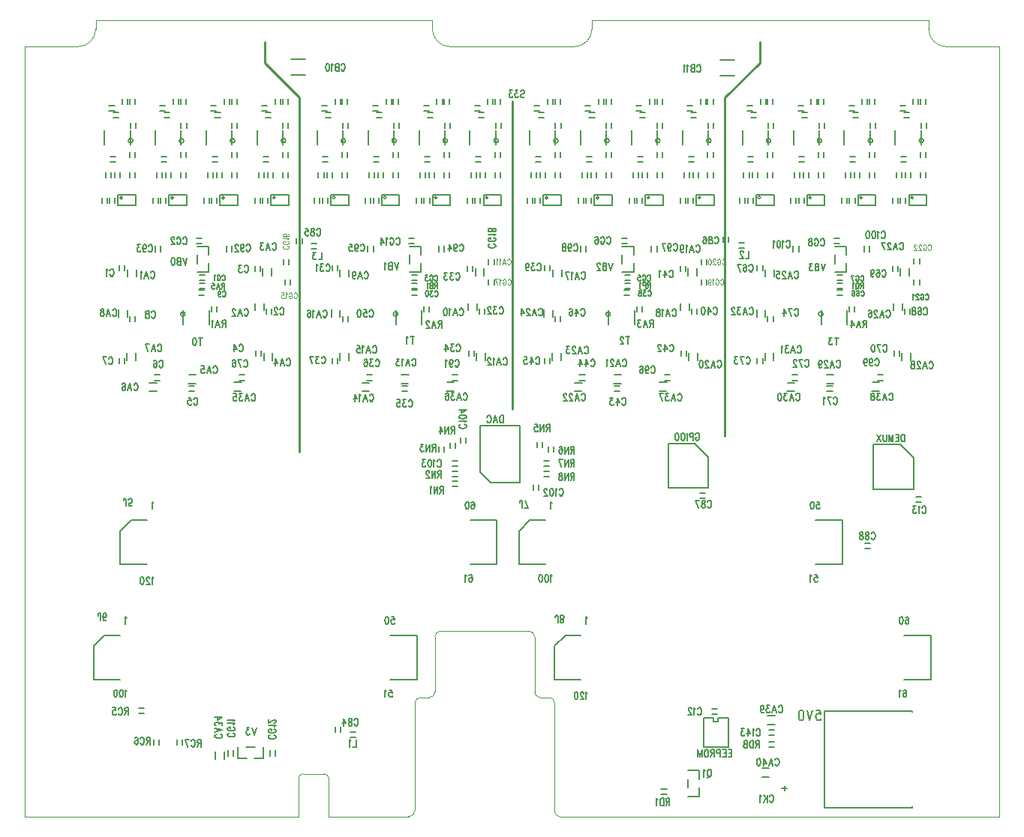
<source format=gbo>
*
*
G04 PADS 9.5 Build Number: 522968 generated Gerber (RS-274-X) file*
G04 PC Version=2.1*
*
%IN "carrier13.revD.layout.p"*%
*
%MOIN*%
*
%FSLAX35Y35*%
*
*
*
*
G04 PC Standard Apertures*
*
*
G04 Thermal Relief Aperture macro.*
%AMTER*
1,1,$1,0,0*
1,0,$1-$2,0,0*
21,0,$3,$4,0,0,45*
21,0,$3,$4,0,0,135*
%
*
*
G04 Annular Aperture macro.*
%AMANN*
1,1,$1,0,0*
1,0,$2,0,0*
%
*
*
G04 Odd Aperture macro.*
%AMODD*
1,1,$1,0,0*
1,0,$1-0.005,0,0*
%
*
*
G04 PC Custom Aperture Macros*
*
*
*
*
*
*
G04 PC Aperture Table*
*
%ADD010C,0.001*%
%ADD012C,0.005*%
%ADD013C,0.01*%
%ADD048C,0.007*%
%ADD180C,0.004*%
%ADD244C,0.00394*%
*
*
*
*
G04 PC Circuitry*
G04 Layer Name carrier13.revD.layout.p - circuitry*
%LPD*%
*
*
G04 PC Custom Flashes*
G04 Layer Name carrier13.revD.layout.p - flashes*
%LPD*%
*
*
G04 PC Circuitry*
G04 Layer Name carrier13.revD.layout.p - circuitry*
%LPD*%
*
G54D10*
G54D12*
G01X122638Y161024D02*
X110827D01*
Y175787*
X115748Y180709*
X122638*
X242717Y161024D02*
X254528D01*
Y180709*
X242717*
X125591Y188286D02*
X125363Y188442D01*
X125022Y188911*
Y185630*
X125591Y155806D02*
X125363Y155962D01*
X125022Y156431*
Y153150*
X123318Y156431D02*
X123659Y156275D01*
X123886Y155806*
X124000Y155025*
Y154556*
X123886Y153775*
X123659Y153306*
X123318Y153150*
X123091*
X122750Y153306*
X122522Y153775*
X122409Y154556*
Y155025*
X122522Y155806*
X122750Y156275*
X123091Y156431*
X123318*
X120704D02*
X121045Y156275D01*
X121272Y155806*
X121386Y155025*
Y154556*
X121272Y153775*
X121045Y153306*
X120704Y153150*
X120477*
X120136Y153306*
X119909Y153775*
X119795Y154556*
Y155025*
X119909Y155806*
X120136Y156275*
X120477Y156431*
X120704*
X242224D02*
X243360D01*
X243474Y155025*
X243360Y155181*
X243019Y155337*
X242678*
X242337Y155181*
X242110Y154868*
X241996Y154400*
X242110Y154087*
X242224Y153618*
X242451Y153306*
X242792Y153150*
X243133*
X243474Y153306*
X243587Y153462*
X243701Y153775*
X240974Y155806D02*
X240746Y155962D01*
X240405Y156431*
Y153150*
X243208Y188911D02*
X244344D01*
X244458Y187505*
X244344Y187661*
X244003Y187817*
X243662*
X243321Y187661*
X243094Y187349*
X242980Y186880*
X243094Y186567*
X243208Y186099*
X243435Y185786*
X243776Y185630*
X244117*
X244458Y185786*
X244571Y185942*
X244685Y186255*
X241276Y188911D02*
X241617Y188755D01*
X241844Y188286*
X241958Y187505*
Y187036*
X241844Y186255*
X241617Y185786*
X241276Y185630*
X241049*
X240708Y185786*
X240480Y186255*
X240367Y187036*
Y187505*
X240480Y188286*
X240708Y188755*
X241049Y188911*
X241276*
X311614Y212205D02*
X299803D01*
Y226969*
X304724Y231890*
X311614*
X431693Y212205D02*
X443504D01*
Y231890*
X431693*
X314567Y239467D02*
X314340Y239624D01*
X313999Y240092*
Y236811*
X314567Y206987D02*
X314340Y207143D01*
X313999Y207612*
Y204331*
X312294Y207612D02*
X312635Y207456D01*
X312862Y206987*
X312976Y206206*
Y205737*
X312862Y204956*
X312635Y204487*
X312294Y204331*
X312067*
X311726Y204487*
X311499Y204956*
X311385Y205737*
Y206206*
X311499Y206987*
X311726Y207456*
X312067Y207612*
X312294*
X309681D02*
X310021Y207456D01*
X310249Y206987*
X310362Y206206*
Y205737*
X310249Y204956*
X310021Y204487*
X309681Y204331*
X309453*
X309112Y204487*
X308885Y204956*
X308771Y205737*
Y206206*
X308885Y206987*
X309112Y207456*
X309453Y207612*
X309681*
X431200D02*
X432336D01*
X432450Y206206*
X432336Y206362*
X431995Y206518*
X431654*
X431314Y206362*
X431086Y206049*
X430973Y205581*
X431086Y205268*
X431200Y204799*
X431427Y204487*
X431768Y204331*
X432109*
X432450Y204487*
X432564Y204643*
X432677Y204956*
X429950Y206987D02*
X429723Y207143D01*
X429382Y207612*
Y204331*
X432184Y240092D02*
X433321D01*
X433434Y238686*
X433321Y238842*
X432980Y238999*
X432639*
X432298Y238842*
X432071Y238530*
X431957Y238061*
X432071Y237749*
X432184Y237280*
X432411Y236967*
X432752Y236811*
X433093*
X433434Y236967*
X433548Y237124*
X433661Y237436*
X430252Y240092D02*
X430593Y239936D01*
X430821Y239467*
X430934Y238686*
Y238217*
X430821Y237436*
X430593Y236967*
X430252Y236811*
X430025*
X429684Y236967*
X429457Y237436*
X429343Y238217*
Y238686*
X429457Y239467*
X429684Y239936*
X430025Y240092*
X430252*
X134449Y231890D02*
X127559D01*
X122638Y226969*
Y212205*
X134449*
X278150D02*
X289961D01*
Y231890*
X278150*
X137402Y239467D02*
X137174Y239624D01*
X136833Y240092*
Y236811*
X137402Y206003D02*
X137174Y206159D01*
X136833Y206628*
Y203346*
X135697Y205846D02*
Y206003D01*
X135583Y206315*
X135470Y206471*
X135242Y206628*
X134788*
X134561Y206471*
X134447Y206315*
X134333Y206003*
Y205690*
X134447Y205378*
X134674Y204909*
X135811Y203346*
X134220*
X132515Y206628D02*
X132856Y206471D01*
X133083Y206003*
X133197Y205221*
Y204753*
X133083Y203971*
X132856Y203503*
X132515Y203346*
X132288*
X131947Y203503*
X131720Y203971*
X131606Y204753*
Y205221*
X131720Y206003*
X131947Y206471*
X132288Y206628*
X132515*
X277770Y207143D02*
X277884Y207456D01*
X278225Y207612*
X278452*
X278793Y207456*
X279020Y206987*
X279134Y206206*
Y205424*
X279020Y204799*
X278793Y204487*
X278452Y204331*
X278338*
X277997Y204487*
X277770Y204799*
X277657Y205268*
Y205424*
X277770Y205893*
X277997Y206206*
X278338Y206362*
X278452*
X278793Y206206*
X279020Y205893*
X279134Y205424*
X276634Y206987D02*
X276407Y207143D01*
X276066Y207612*
Y204331*
X278754Y239624D02*
X278868Y239936D01*
X279209Y240092*
X279436*
X279777Y239936*
X280004Y239467*
X280118Y238686*
Y237905*
X280004Y237280*
X279777Y236967*
X279436Y236811*
X279323*
X278982Y236967*
X278754Y237280*
X278641Y237749*
Y237905*
X278754Y238374*
X278982Y238686*
X279323Y238842*
X279436*
X279777Y238686*
X280004Y238374*
X280118Y237905*
X276936Y240092D02*
X277277Y239936D01*
X277504Y239467*
X277618Y238686*
Y238217*
X277504Y237436*
X277277Y236967*
X276936Y236811*
X276709*
X276368Y236967*
X276141Y237436*
X276027Y238217*
Y238686*
X276141Y239467*
X276368Y239936*
X276709Y240092*
X276936*
X327362Y180709D02*
X320472D01*
X315551Y175787*
Y161024*
X327362*
X471063D02*
X482874D01*
Y180709*
X471063*
X330315Y188286D02*
X330088Y188442D01*
X329747Y188911*
Y185630*
X330315Y154822D02*
X330088Y154978D01*
X329747Y155447*
Y152165*
X328610Y154665D02*
Y154822D01*
X328497Y155134*
X328383Y155290*
X328156Y155447*
X327701*
X327474Y155290*
X327360Y155134*
X327247Y154822*
Y154509*
X327360Y154197*
X327588Y153728*
X328724Y152165*
X327133*
X325429Y155447D02*
X325770Y155290D01*
X325997Y154822*
X326110Y154040*
Y153572*
X325997Y152790*
X325770Y152322*
X325429Y152165*
X325201*
X324860Y152322*
X324633Y152790*
X324520Y153572*
Y154040*
X324633Y154822*
X324860Y155290*
X325201Y155447*
X325429*
X470684Y155962D02*
X470797Y156275D01*
X471138Y156431*
X471365*
X471706Y156275*
X471934Y155806*
X472047Y155025*
Y154243*
X471934Y153618*
X471706Y153306*
X471365Y153150*
X471252*
X470911Y153306*
X470684Y153618*
X470570Y154087*
Y154243*
X470684Y154712*
X470911Y155025*
X471252Y155181*
X471365*
X471706Y155025*
X471934Y154712*
X472047Y154243*
X469547Y155806D02*
X469320Y155962D01*
X468979Y156431*
Y153150*
X471668Y188442D02*
X471781Y188755D01*
X472122Y188911*
X472350*
X472691Y188755*
X472918Y188286*
X473031Y187505*
Y186724*
X472918Y186099*
X472691Y185786*
X472350Y185630*
X472236*
X471895Y185786*
X471668Y186099*
X471554Y186567*
Y186724*
X471668Y187192*
X471895Y187505*
X472236Y187661*
X472350*
X472691Y187505*
X472918Y187192*
X473031Y186724*
X469850Y188911D02*
X470191Y188755D01*
X470418Y188286*
X470531Y187505*
Y187036*
X470418Y186255*
X470191Y185786*
X469850Y185630*
X469622*
X469281Y185786*
X469054Y186255*
X468941Y187036*
Y187505*
X469054Y188286*
X469281Y188755*
X469622Y188911*
X469850*
X160089Y334350D02*
X157726D01*
X160089Y331988D02*
X157726D01*
X157874Y335039D02*
X160236D01*
X157874Y337402D02*
X160236D01*
X165502Y324606D02*
Y326969D01*
X163140Y324606D02*
Y326969D01*
X194783Y419341D02*
Y416978D01*
X197146Y419341D02*
Y416978D01*
X193947D02*
Y419341D01*
X191585Y416978D02*
Y419341D01*
X161565Y386614D02*
Y384252D01*
X163927Y386614D02*
Y384252D01*
X167864D02*
Y386614D01*
X165502Y384252D02*
Y386614D01*
X187402Y410827D02*
X189764D01*
X187402Y413189D02*
X189764D01*
X188041Y416388D02*
X185679D01*
X188041Y414026D02*
X185679D01*
X163533Y391142D02*
X165896D01*
X163533Y393504D02*
X165896D01*
X184843Y372933D02*
Y375295D01*
X182480Y372933D02*
Y375295D01*
X122293Y345423D02*
Y343061D01*
X124656Y345423D02*
Y343061D01*
X190108Y323622D02*
Y325984D01*
X187746Y323622D02*
Y325984D01*
X182579Y344931D02*
Y342569D01*
X184941Y344931D02*
Y342569D01*
X183071Y307283D02*
Y304921D01*
X185433Y307283D02*
Y304921D01*
X155659Y291535D02*
X153297D01*
X155659Y289173D02*
X153297D01*
X140157Y296457D02*
X137795D01*
X140157Y294094D02*
X137795D01*
X125935Y343356D02*
Y340207D01*
X129872Y343317D02*
Y340167D01*
X186713Y325197D02*
Y328346D01*
X182776Y325236D02*
Y328386D01*
X185974Y343848D02*
Y340699D01*
X189911Y343809D02*
Y340659D01*
X186467Y306201D02*
Y303051D01*
X190404Y306161D02*
Y303012D01*
X156299Y296506D02*
X153150D01*
X156260Y292569D02*
X153110D01*
X138829Y293061D02*
X135679D01*
X138789Y289124D02*
X135640D01*
X124656Y301722D02*
Y304085D01*
X122293Y301722D02*
Y304085D01*
X129331Y320177D02*
Y322539D01*
X126969Y320177D02*
Y322539D01*
X129626Y303051D02*
Y306201D01*
X125689Y303091D02*
Y306240D01*
X125935Y322244D02*
Y325394D01*
X121998Y322283D02*
Y325433D01*
X363097Y110049D02*
X365459D01*
X363097Y112412D02*
X365459D01*
X306319Y247681D02*
Y245319D01*
X308681Y247681D02*
Y245319D01*
X160236Y340846D02*
X157874D01*
X160236Y338484D02*
X157874D01*
X156496Y354823D02*
X158858D01*
X156496Y357185D02*
X158858D01*
X161909Y346260D02*
Y342323D01*
X156791*
X161909Y349803D02*
Y353740D01*
X156791*
Y346063D02*
Y350000D01*
X381988Y131004D02*
Y143799D01*
X386417*
Y142323*
X388386*
Y143799*
X392815*
Y131004*
X381988*
X476280Y240059D02*
X478642D01*
X476280Y242421D02*
X478642D01*
X385604Y145622D02*
X387966D01*
X385604Y147984D02*
X387966D01*
X366240Y266043D02*
Y246260D01*
X383957*
Y260039*
X377953Y266043*
X366240*
X457434Y265504D02*
Y245721D01*
X475150*
Y259500*
X469146Y265504*
X457434*
X167052Y372023D02*
X174926D01*
Y376698*
X167052*
Y372023*
X169033Y375344D02*
G75*
G03X169033I-627J0D01*
G01X144414Y372023D02*
X152288D01*
Y376698*
X144414*
Y372023*
X146395Y375344D02*
G03X146395I-627J0D01*
G01X121777Y372023D02*
X129651D01*
Y376698*
X121777*
Y372023*
X123757Y375344D02*
G03X123757I-627J0D01*
G01X189690Y372023D02*
X197564D01*
Y376698*
X189690*
Y372023*
X191671Y375344D02*
G03X191671I-628J0D01*
G01X197392Y406398D02*
Y408760D01*
X195030Y406398D02*
Y408760D01*
X174754Y406398D02*
Y408760D01*
X172392Y406398D02*
Y408760D01*
X152116Y406398D02*
Y408760D01*
X149754Y406398D02*
Y408760D01*
X129478Y406398D02*
Y408760D01*
X127116Y406398D02*
Y408760D01*
X186171Y391142D02*
X188533D01*
X186171Y393504D02*
X188533D01*
X140896Y391142D02*
X143258D01*
X140896Y393504D02*
X143258D01*
X118258Y391142D02*
X120620D01*
X118258Y393504D02*
X120620D01*
X197146Y384252D02*
Y386614D01*
X194783Y384252D02*
Y386614D01*
X174508Y384252D02*
Y386614D01*
X172146Y384252D02*
Y386614D01*
X151870Y384252D02*
Y386614D01*
X149508Y384252D02*
Y386614D01*
X129232Y384252D02*
Y386614D01*
X126870Y384252D02*
Y386614D01*
X171309Y416978D02*
Y419341D01*
X168947Y416978D02*
Y419341D01*
X148671Y416978D02*
Y419341D01*
X146309Y416978D02*
Y419341D01*
X126033Y416978D02*
Y419341D01*
X123671Y416978D02*
Y419341D01*
X172146D02*
Y416978D01*
X174508Y419341D02*
Y416978D01*
X149508Y419341D02*
Y416978D01*
X151870Y419341D02*
Y416978D01*
X126870Y419341D02*
Y416978D01*
X129232Y419341D02*
Y416978D01*
X164764Y410827D02*
X167126D01*
X164764Y413189D02*
X167126D01*
X142126Y410827D02*
X144488D01*
X142126Y413189D02*
X144488D01*
X119488Y410827D02*
X121850D01*
X119488Y413189D02*
X121850D01*
X184203Y386614D02*
Y384252D01*
X186565Y386614D02*
Y384252D01*
X138927Y386614D02*
Y384252D01*
X141289Y386614D02*
Y384252D01*
X116289Y386614D02*
Y384252D01*
X118652Y386614D02*
Y384252D01*
X190502D02*
Y386614D01*
X188140Y384252D02*
Y386614D01*
X145226Y384252D02*
Y386614D01*
X142864Y384252D02*
Y386614D01*
X122589Y384252D02*
Y386614D01*
X120226Y384252D02*
Y386614D01*
X165404Y416388D02*
X163041D01*
X165404Y414026D02*
X163041D01*
X142766Y416388D02*
X140404D01*
X142766Y414026D02*
X140404D01*
X120128Y416388D02*
X117766D01*
X120128Y414026D02*
X117766D01*
X194783Y395472D02*
Y393110D01*
X197146Y395472D02*
Y393110D01*
X172146Y395472D02*
Y393110D01*
X174508Y395472D02*
Y393110D01*
X149508Y395472D02*
Y393110D01*
X151870Y395472D02*
Y393110D01*
X126870Y395472D02*
Y393110D01*
X129232Y395472D02*
Y393110D01*
X219144Y301722D02*
Y304085D01*
X216781Y301722D02*
Y304085D01*
X254577Y334350D02*
X252215D01*
X254577Y331988D02*
X252215D01*
X216781Y345423D02*
Y343061D01*
X219144Y345423D02*
Y343061D01*
X284596Y323622D02*
Y325984D01*
X282234Y323622D02*
Y325984D01*
X277067Y344931D02*
Y342569D01*
X279429Y344931D02*
Y342569D01*
X277559Y307283D02*
Y304921D01*
X279921Y307283D02*
Y304921D01*
X250148Y291535D02*
X247785D01*
X250148Y289173D02*
X247785D01*
X234646Y296457D02*
X232283D01*
X234646Y294094D02*
X232283D01*
X223819Y320177D02*
Y322539D01*
X221457Y320177D02*
Y322539D01*
X279331Y372933D02*
Y375295D01*
X276969Y372933D02*
Y375295D01*
X291880Y406398D02*
Y408760D01*
X289518Y406398D02*
Y408760D01*
X256398Y346260D02*
Y342323D01*
X251280*
X256398Y349803D02*
Y353740D01*
X251280*
Y346063D02*
Y350000D01*
X284178Y372023D02*
X292052D01*
Y376698*
X284178*
Y372023*
X286159Y375344D02*
G03X286159I-628J0D01*
G01X261540Y372023D02*
X269414D01*
Y376698*
X261540*
Y372023*
X263521Y375344D02*
G03X263521I-627J0D01*
G01X238903Y372023D02*
X246777D01*
Y376698*
X238903*
Y372023*
X240883Y375344D02*
G03X240883I-627J0D01*
G01X216265Y372023D02*
X224139D01*
Y376698*
X216265*
Y372023*
X218245Y375344D02*
G03X218245I-627J0D01*
G01X269242Y406398D02*
Y408760D01*
X266880Y406398D02*
Y408760D01*
X246604Y406398D02*
Y408760D01*
X244242Y406398D02*
Y408760D01*
X223967Y406398D02*
Y408760D01*
X221604Y406398D02*
Y408760D01*
X258022Y391142D02*
X260384D01*
X258022Y393504D02*
X260384D01*
X235384Y391142D02*
X237746D01*
X235384Y393504D02*
X237746D01*
X212746Y391142D02*
X215108D01*
X212746Y393504D02*
X215108D01*
X280659Y391142D02*
X283022D01*
X280659Y393504D02*
X283022D01*
X268996Y384252D02*
Y386614D01*
X266634Y384252D02*
Y386614D01*
X246358Y384252D02*
Y386614D01*
X243996Y384252D02*
Y386614D01*
X223720Y384252D02*
Y386614D01*
X221358Y384252D02*
Y386614D01*
X291634Y384252D02*
Y386614D01*
X289272Y384252D02*
Y386614D01*
X265797Y416978D02*
Y419341D01*
X263435Y416978D02*
Y419341D01*
X243159Y416978D02*
Y419341D01*
X240797Y416978D02*
Y419341D01*
X220522Y416978D02*
Y419341D01*
X218159Y416978D02*
Y419341D01*
X288435Y416978D02*
Y419341D01*
X286073Y416978D02*
Y419341D01*
X254724Y340846D02*
X252362D01*
X254724Y338484D02*
X252362D01*
X264272Y353789D02*
Y351427D01*
X266634Y353789D02*
Y351427D01*
X281201Y325197D02*
Y328346D01*
X277264Y325236D02*
Y328386D01*
X280463Y343848D02*
Y340699D01*
X284400Y343809D02*
Y340659D01*
X280955Y306201D02*
Y303051D01*
X284892Y306161D02*
Y303012D01*
X250787Y296506D02*
X247638D01*
X250748Y292569D02*
X247598D01*
X233317Y293061D02*
X230167D01*
X233278Y289124D02*
X230128D01*
X224114Y303051D02*
Y306201D01*
X220177Y303091D02*
Y306240D01*
X220423Y322244D02*
Y325394D01*
X216486Y322283D02*
Y325433D01*
X220423Y343356D02*
Y340207D01*
X224360Y343317D02*
Y340167D01*
X259990Y324606D02*
Y326969D01*
X257628Y324606D02*
Y326969D01*
X252362Y335039D02*
X254724D01*
X252362Y337402D02*
X254724D01*
X266634Y419341D02*
Y416978D01*
X268996Y419341D02*
Y416978D01*
X243996Y419341D02*
Y416978D01*
X246358Y419341D02*
Y416978D01*
X221358Y419341D02*
Y416978D01*
X223720Y419341D02*
Y416978D01*
X289272Y419341D02*
Y416978D01*
X291634Y419341D02*
Y416978D01*
X259252Y410827D02*
X261614D01*
X259252Y413189D02*
X261614D01*
X236614Y410827D02*
X238976D01*
X236614Y413189D02*
X238976D01*
X213976Y410827D02*
X216339D01*
X213976Y413189D02*
X216339D01*
X281890Y410827D02*
X284252D01*
X281890Y413189D02*
X284252D01*
X256053Y386614D02*
Y384252D01*
X258415Y386614D02*
Y384252D01*
X233415Y386614D02*
Y384252D01*
X235778Y386614D02*
Y384252D01*
X210778Y386614D02*
Y384252D01*
X213140Y386614D02*
Y384252D01*
X278691Y386614D02*
Y384252D01*
X281053Y386614D02*
Y384252D01*
X262352D02*
Y386614D01*
X259990Y384252D02*
Y386614D01*
X239715Y384252D02*
Y386614D01*
X237352Y384252D02*
Y386614D01*
X217077Y384252D02*
Y386614D01*
X214715Y384252D02*
Y386614D01*
X284990Y384252D02*
Y386614D01*
X282628Y384252D02*
Y386614D01*
X259892Y416388D02*
X257530D01*
X259892Y414026D02*
X257530D01*
X237254Y416388D02*
X234892D01*
X237254Y414026D02*
X234892D01*
X214616Y416388D02*
X212254D01*
X214616Y414026D02*
X212254D01*
X282530Y416388D02*
X280167D01*
X282530Y414026D02*
X280167D01*
X266634Y395472D02*
Y393110D01*
X268996Y395472D02*
Y393110D01*
X243996Y395472D02*
Y393110D01*
X246358Y395472D02*
Y393110D01*
X221358Y395472D02*
Y393110D01*
X223720Y395472D02*
Y393110D01*
X289272Y395472D02*
Y393110D01*
X291634Y395472D02*
Y393110D01*
X350886Y346260D02*
Y342323D01*
X345768*
X350886Y349803D02*
Y353740D01*
X345768*
Y346063D02*
Y350000D01*
X378666Y372023D02*
X386540D01*
Y376698*
X378666*
Y372023*
X380647Y375344D02*
G03X380647I-627J0D01*
G01X356029Y372023D02*
X363903D01*
Y376698*
X356029*
Y372023*
X358009Y375344D02*
G03X358009I-627J0D01*
G01X333391Y372023D02*
X341265D01*
Y376698*
X333391*
Y372023*
X335371Y375344D02*
G03X335371I-627J0D01*
G01X310753Y372023D02*
X318627D01*
Y376698*
X310753*
Y372023*
X312734Y375344D02*
G03X312734I-628J0D01*
G01X349065Y334350D02*
X346703D01*
X349065Y331988D02*
X346703D01*
X311270Y345423D02*
Y343061D01*
X313632Y345423D02*
Y343061D01*
X379085Y323622D02*
Y325984D01*
X376722Y323622D02*
Y325984D01*
X371555Y344931D02*
Y342569D01*
X373917Y344931D02*
Y342569D01*
X372047Y307283D02*
Y304921D01*
X374409Y307283D02*
Y304921D01*
X344636Y291535D02*
X342274D01*
X344636Y289173D02*
X342274D01*
X329134Y296457D02*
X326772D01*
X329134Y294094D02*
X326772D01*
X313632Y301722D02*
Y304085D01*
X311270Y301722D02*
Y304085D01*
X318307Y320177D02*
Y322539D01*
X315945Y320177D02*
Y322539D01*
X386368Y406398D02*
Y408760D01*
X384006Y406398D02*
Y408760D01*
X363730Y406398D02*
Y408760D01*
X361368Y406398D02*
Y408760D01*
X341093Y406398D02*
Y408760D01*
X338730Y406398D02*
Y408760D01*
X318455Y406398D02*
Y408760D01*
X316093Y406398D02*
Y408760D01*
X375148Y391142D02*
X377510D01*
X375148Y393504D02*
X377510D01*
X352510Y391142D02*
X354872D01*
X352510Y393504D02*
X354872D01*
X329872Y391142D02*
X332234D01*
X329872Y393504D02*
X332234D01*
X307234Y391142D02*
X309596D01*
X307234Y393504D02*
X309596D01*
X386122Y384252D02*
Y386614D01*
X383760Y384252D02*
Y386614D01*
X363484Y384252D02*
Y386614D01*
X361122Y384252D02*
Y386614D01*
X340846Y384252D02*
Y386614D01*
X338484Y384252D02*
Y386614D01*
X318209Y384252D02*
Y386614D01*
X315846Y384252D02*
Y386614D01*
X382923Y416978D02*
Y419341D01*
X380561Y416978D02*
Y419341D01*
X360285Y416978D02*
Y419341D01*
X357923Y416978D02*
Y419341D01*
X337648Y416978D02*
Y419341D01*
X335285Y416978D02*
Y419341D01*
X315010Y416978D02*
Y419341D01*
X312648Y416978D02*
Y419341D01*
X349213Y340846D02*
X346850D01*
X349213Y338484D02*
X346850D01*
X345472Y354823D02*
X347835D01*
X345472Y357185D02*
X347835D01*
X314911Y343356D02*
Y340207D01*
X318848Y343317D02*
Y340167D01*
X375689Y325197D02*
Y328346D01*
X371752Y325236D02*
Y328386D01*
X374951Y343848D02*
Y340699D01*
X378888Y343809D02*
Y340659D01*
X375443Y306201D02*
Y303051D01*
X379380Y306161D02*
Y303012D01*
X345276Y296506D02*
X342126D01*
X345236Y292569D02*
X342087D01*
X327805Y293061D02*
X324656D01*
X327766Y289124D02*
X324616D01*
X318602Y303051D02*
Y306201D01*
X314665Y303091D02*
Y306240D01*
X314911Y322244D02*
Y325394D01*
X310974Y322283D02*
Y325433D01*
X354478Y324606D02*
Y326969D01*
X352116Y324606D02*
Y326969D01*
X346850Y335039D02*
X349213D01*
X346850Y337402D02*
X349213D01*
X383760Y419341D02*
Y416978D01*
X386122Y419341D02*
Y416978D01*
X361122Y419341D02*
Y416978D01*
X363484Y419341D02*
Y416978D01*
X338484Y419341D02*
Y416978D01*
X340846Y419341D02*
Y416978D01*
X315846Y419341D02*
Y416978D01*
X318209Y419341D02*
Y416978D01*
X376378Y410827D02*
X378740D01*
X376378Y413189D02*
X378740D01*
X353740Y410827D02*
X356102D01*
X353740Y413189D02*
X356102D01*
X331102Y410827D02*
X333465D01*
X331102Y413189D02*
X333465D01*
X308465Y410827D02*
X310827D01*
X308465Y413189D02*
X310827D01*
X373179Y386614D02*
Y384252D01*
X375541Y386614D02*
Y384252D01*
X350541Y386614D02*
Y384252D01*
X352904Y386614D02*
Y384252D01*
X327904Y386614D02*
Y384252D01*
X330266Y386614D02*
Y384252D01*
X305266Y386614D02*
Y384252D01*
X307628Y386614D02*
Y384252D01*
X379478D02*
Y386614D01*
X377116Y384252D02*
Y386614D01*
X356841Y384252D02*
Y386614D01*
X354478Y384252D02*
Y386614D01*
X334203Y384252D02*
Y386614D01*
X331841Y384252D02*
Y386614D01*
X311565Y384252D02*
Y386614D01*
X309203Y384252D02*
Y386614D01*
X377018Y416388D02*
X374656D01*
X377018Y414026D02*
X374656D01*
X354380Y416388D02*
X352018D01*
X354380Y414026D02*
X352018D01*
X331742Y416388D02*
X329380D01*
X331742Y414026D02*
X329380D01*
X309104Y416388D02*
X306742D01*
X309104Y414026D02*
X306742D01*
X383760Y395472D02*
Y393110D01*
X386122Y395472D02*
Y393110D01*
X361122Y395472D02*
Y393110D01*
X363484Y395472D02*
Y393110D01*
X338484Y395472D02*
Y393110D01*
X340846Y395472D02*
Y393110D01*
X315846Y395472D02*
Y393110D01*
X318209Y395472D02*
Y393110D01*
X445374Y346260D02*
Y342323D01*
X440256*
X445374Y349803D02*
Y353740D01*
X440256*
Y346063D02*
Y350000D01*
X473155Y372023D02*
X481029D01*
Y376698*
X473155*
Y372023*
X475135Y375344D02*
G03X475135I-627J0D01*
G01X450517Y372023D02*
X458391D01*
Y376698*
X450517*
Y372023*
X452497Y375344D02*
G03X452497I-627J0D01*
G01X427879Y372023D02*
X435753D01*
Y376698*
X427879*
Y372023*
X429860Y375344D02*
G03X429860I-628J0D01*
G01X405241Y372023D02*
X413115D01*
Y376698*
X405241*
Y372023*
X407222Y375344D02*
G03X407222I-628J0D01*
G01X443553Y334350D02*
X441191D01*
X443553Y331988D02*
X441191D01*
X405758Y345423D02*
Y343061D01*
X408120Y345423D02*
Y343061D01*
X473573Y323622D02*
Y325984D01*
X471211Y323622D02*
Y325984D01*
X466043Y344931D02*
Y342569D01*
X468406Y344931D02*
Y342569D01*
X466535Y307283D02*
Y304921D01*
X468898Y307283D02*
Y304921D01*
X439124Y291535D02*
X436762D01*
X439124Y289173D02*
X436762D01*
X423622Y296457D02*
X421260D01*
X423622Y294094D02*
X421260D01*
X408120Y301722D02*
Y304085D01*
X405758Y301722D02*
Y304085D01*
X412795Y320177D02*
Y322539D01*
X410433Y320177D02*
Y322539D01*
X468307Y372933D02*
Y375295D01*
X465945Y372933D02*
Y375295D01*
X480856Y406398D02*
Y408760D01*
X478494Y406398D02*
Y408760D01*
X458219Y406398D02*
Y408760D01*
X455856Y406398D02*
Y408760D01*
X435581Y406398D02*
Y408760D01*
X433219Y406398D02*
Y408760D01*
X412943Y406398D02*
Y408760D01*
X410581Y406398D02*
Y408760D01*
X469636Y391142D02*
X471998D01*
X469636Y393504D02*
X471998D01*
X446998Y391142D02*
X449360D01*
X446998Y393504D02*
X449360D01*
X424360Y391142D02*
X426722D01*
X424360Y393504D02*
X426722D01*
X401722Y391142D02*
X404085D01*
X401722Y393504D02*
X404085D01*
X480610Y384252D02*
Y386614D01*
X478248Y384252D02*
Y386614D01*
X457972Y384252D02*
Y386614D01*
X455610Y384252D02*
Y386614D01*
X435335Y384252D02*
Y386614D01*
X432972Y384252D02*
Y386614D01*
X412697Y384252D02*
Y386614D01*
X410335Y384252D02*
Y386614D01*
X477411Y416978D02*
Y419341D01*
X475049Y416978D02*
Y419341D01*
X454774Y416978D02*
Y419341D01*
X452411Y416978D02*
Y419341D01*
X432136Y416978D02*
Y419341D01*
X429774Y416978D02*
Y419341D01*
X409498Y416978D02*
Y419341D01*
X407136Y416978D02*
Y419341D01*
X443701Y340846D02*
X441339D01*
X443701Y338484D02*
X441339D01*
X439961Y354823D02*
X442323D01*
X439961Y357185D02*
X442323D01*
X195944Y338806D02*
Y336444D01*
X198306Y338806D02*
Y336444D01*
X197681Y345694D02*
Y348056D01*
X195319Y345694D02*
Y348056D01*
X272681Y258181D02*
X270319D01*
X272681Y255819D02*
X270319D01*
X288806Y345694D02*
Y348056D01*
X286444Y345694D02*
Y348056D01*
X380819Y338931D02*
Y336569D01*
X383181Y338931D02*
Y336569D01*
Y345696D02*
Y348058D01*
X380819Y345696D02*
Y348058D01*
X475444Y338929D02*
Y336567D01*
X477806Y338929D02*
Y336567D01*
Y345819D02*
Y348181D01*
X475444Y345819D02*
Y348181D01*
X409400Y343356D02*
Y340207D01*
X413337Y343317D02*
Y340167D01*
X470177Y325197D02*
Y328346D01*
X466240Y325236D02*
Y328386D01*
X469439Y343848D02*
Y340699D01*
X473376Y343809D02*
Y340659D01*
X469931Y306201D02*
Y303051D01*
X473868Y306161D02*
Y303012D01*
X439764Y296506D02*
X436614D01*
X439724Y292569D02*
X436575D01*
X422293Y293061D02*
X419144D01*
X422254Y289124D02*
X419104D01*
X413091Y303051D02*
Y306201D01*
X409154Y303091D02*
Y306240D01*
X409400Y322244D02*
Y325394D01*
X405463Y322283D02*
Y325433D01*
X448967Y324606D02*
Y326969D01*
X446604Y324606D02*
Y326969D01*
X441339Y335039D02*
X443701D01*
X441339Y337402D02*
X443701D01*
X478248Y419341D02*
Y416978D01*
X480610Y419341D02*
Y416978D01*
X455610Y419341D02*
Y416978D01*
X457972Y419341D02*
Y416978D01*
X432972Y419341D02*
Y416978D01*
X435335Y419341D02*
Y416978D01*
X410335Y419341D02*
Y416978D01*
X412697Y419341D02*
Y416978D01*
X470866Y410827D02*
X473228D01*
X470866Y413189D02*
X473228D01*
X448228Y410827D02*
X450591D01*
X448228Y413189D02*
X450591D01*
X425591Y410827D02*
X427953D01*
X425591Y413189D02*
X427953D01*
X402953Y410827D02*
X405315D01*
X402953Y413189D02*
X405315D01*
X467667Y386614D02*
Y384252D01*
X470030Y386614D02*
Y384252D01*
X445030Y386614D02*
Y384252D01*
X447392Y386614D02*
Y384252D01*
X422392Y386614D02*
Y384252D01*
X424754Y386614D02*
Y384252D01*
X399754Y386614D02*
Y384252D01*
X402116Y386614D02*
Y384252D01*
X473967D02*
Y386614D01*
X471604Y384252D02*
Y386614D01*
X451329Y384252D02*
Y386614D01*
X448967Y384252D02*
Y386614D01*
X428691Y384252D02*
Y386614D01*
X426329Y384252D02*
Y386614D01*
X406053Y384252D02*
Y386614D01*
X403691Y384252D02*
Y386614D01*
X471506Y416388D02*
X469144D01*
X471506Y414026D02*
X469144D01*
X448868Y416388D02*
X446506D01*
X448868Y414026D02*
X446506D01*
X426230Y416388D02*
X423868D01*
X426230Y414026D02*
X423868D01*
X403593Y416388D02*
X401230D01*
X403593Y414026D02*
X401230D01*
X478248Y395472D02*
Y393110D01*
X480610Y395472D02*
Y393110D01*
X455610Y395472D02*
Y393110D01*
X457972Y395472D02*
Y393110D01*
X432972Y395472D02*
Y393110D01*
X435335Y395472D02*
Y393110D01*
X410335Y395472D02*
Y393110D01*
X412697Y395472D02*
Y393110D01*
X220768Y137697D02*
Y140059D01*
X218406Y137697D02*
Y140059D01*
X203460Y354975D02*
Y357337D01*
X201098Y354975D02*
Y357337D01*
X392929Y355649D02*
Y358011D01*
X390567Y355649D02*
Y358011D01*
X178831Y125945D02*
X174894D01*
Y131063*
X182374Y125945D02*
X186311D01*
Y131063*
X178634D02*
X182571D01*
X380118Y241732D02*
X382480D01*
X380118Y244094D02*
X382480D01*
X170715Y129458D02*
Y127096D01*
X173077Y129458D02*
Y127096D01*
X189219Y129458D02*
Y127096D01*
X191582Y129458D02*
Y127096D01*
X456004Y221752D02*
X453642D01*
X456004Y219390D02*
X453642D01*
X165006Y128868D02*
Y125718D01*
X168943Y128828D02*
Y125679D01*
X205062Y436841D02*
X198662D01*
X205062Y429951D02*
X198662D01*
X389264Y429732D02*
X395664D01*
X389264Y436622D02*
X395664D01*
X183612Y399016D02*
Y405315D01*
X195030Y399016D02*
Y405315D01*
X196211Y400689D02*
G03X196211I-985J0D01*
G01X255463Y399016D02*
Y405315D01*
X266880Y399016D02*
Y405315D01*
X268061Y400689D02*
G03X268061I-984J0D01*
G01X232825Y399016D02*
Y405315D01*
X244242Y399016D02*
Y405315D01*
X245423Y400689D02*
G03X245423I-984J0D01*
G01X210187Y399016D02*
Y405315D01*
X221604Y399016D02*
Y405315D01*
X222785Y400689D02*
G03X222785I-984J0D01*
G01X372589Y399016D02*
Y405315D01*
X384006Y399016D02*
Y405315D01*
X385187Y400689D02*
G03X385187I-984J0D01*
G01X349951Y399016D02*
Y405315D01*
X361368Y399016D02*
Y405315D01*
X362549Y400689D02*
G03X362549I-984J0D01*
G01X327313Y399016D02*
Y405315D01*
X338730Y399016D02*
Y405315D01*
X339911Y400689D02*
G03X339911I-984J0D01*
G01X304675Y399016D02*
Y405315D01*
X316093Y399016D02*
Y405315D01*
X317274Y400689D02*
G03X317274I-985J0D01*
G01X467077Y399016D02*
Y405315D01*
X478494Y399016D02*
Y405315D01*
X479675Y400689D02*
G03X479675I-984J0D01*
G01X444439Y399016D02*
Y405315D01*
X455856Y399016D02*
Y405315D01*
X457037Y400689D02*
G03X457037I-984J0D01*
G01X421801Y399016D02*
Y405315D01*
X433219Y399016D02*
Y405315D01*
X434400Y400689D02*
G03X434400I-985J0D01*
G01X160974Y399016D02*
Y405315D01*
X172392Y399016D02*
Y405315D01*
X173573Y400689D02*
G03X173573I-984J0D01*
G01X399163Y399016D02*
Y405315D01*
X410581Y399016D02*
Y405315D01*
X411762Y400689D02*
G03X411762I-984J0D01*
G01X138337Y399016D02*
Y405315D01*
X149754Y399016D02*
Y405315D01*
X150935Y400689D02*
G03X150935I-984J0D01*
G01X115699Y399016D02*
Y405315D01*
X127116Y399016D02*
Y405315D01*
X128297Y400689D02*
G03X128297I-984J0D01*
G01X278100Y399016D02*
Y405315D01*
X289518Y399016D02*
Y405315D01*
X290699Y400689D02*
G03X290699I-984J0D01*
G01X162156Y325246D02*
Y318947D01*
X150738Y325246D02*
Y318947D01*
X151526Y323573D02*
G03X151526I-985J0D01*
G01X256644Y325246D02*
Y318947D01*
X245226Y325246D02*
Y318947D01*
X246014Y323573D02*
G03X246014I-984J0D01*
G01X351132Y325246D02*
Y318947D01*
X339715Y325246D02*
Y318947D01*
X340502Y323573D02*
G03X340502I-984J0D01*
G01X445620Y325246D02*
Y318947D01*
X434203Y325246D02*
Y318947D01*
X434990Y323573D02*
G03X434990I-984J0D01*
G01X379921Y112992D02*
Y109055D01*
X374803*
X379921Y116535D02*
Y120472D01*
X374803*
Y112795D02*
Y116732D01*
X373819Y372933D02*
Y375295D01*
X371457Y372933D02*
Y375295D01*
X351181Y372933D02*
Y375295D01*
X348819Y372933D02*
Y375295D01*
X328543Y372933D02*
Y375295D01*
X326181Y372933D02*
Y375295D01*
X305906Y372933D02*
Y375295D01*
X303543Y372933D02*
Y375295D01*
X256693Y372933D02*
Y375295D01*
X254331Y372933D02*
Y375295D01*
X234055Y372933D02*
Y375295D01*
X231693Y372933D02*
Y375295D01*
X211417Y372933D02*
Y375295D01*
X209055Y372933D02*
Y375295D01*
X139567Y372933D02*
Y375295D01*
X137205Y372933D02*
Y375295D01*
X116929Y372933D02*
Y375295D01*
X114567Y372933D02*
Y375295D01*
X445669Y372933D02*
Y375295D01*
X443307Y372933D02*
Y375295D01*
X423031Y372933D02*
Y375295D01*
X420669Y372933D02*
Y375295D01*
X400394Y372933D02*
Y375295D01*
X398031Y372933D02*
Y375295D01*
X162205Y372933D02*
Y375295D01*
X159843Y372933D02*
Y375295D01*
X178051Y296457D02*
X175689D01*
X178051Y294094D02*
X175689D01*
X169783Y353789D02*
Y351427D01*
X172146Y353789D02*
Y351427D01*
X176476Y293307D02*
X173327D01*
X176437Y289370D02*
X173287D01*
X272539Y296457D02*
X270177D01*
X272539Y294094D02*
X270177D01*
X250984Y354823D02*
X253346D01*
X250984Y357185D02*
X253346D01*
X270965Y293307D02*
X267815D01*
X270925Y289370D02*
X267776D01*
X138287Y353789D02*
Y351427D01*
X140650Y353789D02*
Y351427D01*
X232776Y353789D02*
Y351427D01*
X235138Y353789D02*
Y351427D01*
X367028Y296457D02*
X364665D01*
X367028Y294094D02*
X364665D01*
X358760Y353789D02*
Y351427D01*
X361122Y353789D02*
Y351427D01*
X327264Y353789D02*
Y351427D01*
X329626Y353789D02*
Y351427D01*
X365453Y293307D02*
X362303D01*
X365413Y289370D02*
X362264D01*
X453248Y353789D02*
Y351427D01*
X455610Y353789D02*
Y351427D01*
X421752Y353789D02*
Y351427D01*
X424114Y353789D02*
Y351427D01*
X461516Y296457D02*
X459154D01*
X461516Y294094D02*
X459154D01*
X459941Y293307D02*
X456791D01*
X459902Y289370D02*
X456752D01*
X397539Y353002D02*
X399902D01*
X397539Y355364D02*
X399902D01*
X207579Y352510D02*
X209941D01*
X207579Y354872D02*
X209941D01*
X224803Y135236D02*
X227165D01*
X224803Y137598D02*
X227165D01*
X120374Y372933D02*
Y375295D01*
X118012Y372933D02*
Y375295D01*
X188287Y372933D02*
Y375295D01*
X185925Y372933D02*
Y375295D01*
X165650Y372933D02*
Y375295D01*
X163287Y372933D02*
Y375295D01*
X143012Y372933D02*
Y375295D01*
X140650Y372933D02*
Y375295D01*
X282776Y372933D02*
Y375295D01*
X280413Y372933D02*
Y375295D01*
X260138Y372933D02*
Y375295D01*
X257776Y372933D02*
Y375295D01*
X237500Y372933D02*
Y375295D01*
X235138Y372933D02*
Y375295D01*
X214862Y372933D02*
Y375295D01*
X212500Y372933D02*
Y375295D01*
X377264Y372933D02*
Y375295D01*
X374902Y372933D02*
Y375295D01*
X354626Y372933D02*
Y375295D01*
X352264Y372933D02*
Y375295D01*
X331988Y372933D02*
Y375295D01*
X329626Y372933D02*
Y375295D01*
X309350Y372933D02*
Y375295D01*
X306988Y372933D02*
Y375295D01*
X471752Y372933D02*
Y375295D01*
X469390Y372933D02*
Y375295D01*
X449114Y372933D02*
Y375295D01*
X446752Y372933D02*
Y375295D01*
X426476Y372933D02*
Y375295D01*
X424114Y372933D02*
Y375295D01*
X403839Y372933D02*
Y375295D01*
X401476Y372933D02*
Y375295D01*
X130819Y145819D02*
X133181D01*
X130819Y148181D02*
X133181D01*
X137447Y134396D02*
Y132033D01*
X139809Y134396D02*
Y132033D01*
X148031Y134154D02*
Y131791D01*
X150394Y134154D02*
Y131791D01*
X300161Y248500D02*
Y273795D01*
X282642*
Y253224*
X287366Y248500*
X300161*
X276181Y266319D02*
Y268681D01*
X273819Y266319D02*
Y268681D01*
X413181Y138681D02*
X410819D01*
X413181Y136319D02*
X410819D01*
X286444Y338931D02*
Y336569D01*
X288806Y338931D02*
Y336569D01*
X413575Y144969D02*
X410425D01*
X413535Y141031D02*
X410386D01*
X411075Y121469D02*
X407925D01*
X411035Y117531D02*
X407886D01*
X417866Y113484D02*
Y111516D01*
X416636Y112500D02*
X419096D01*
X474720Y104591D02*
Y104091D01*
X435720*
Y147091*
X474720*
Y146591*
X413181Y133181D02*
X410819D01*
X413181Y130819D02*
X410819D01*
X272681Y249181D02*
X270319D01*
X272681Y246819D02*
X270319D01*
X272681Y253681D02*
X270319D01*
X272681Y251319D02*
X270319D01*
X266681Y262319D02*
Y264681D01*
X264319Y262319D02*
Y264681D01*
X271681Y263819D02*
Y266181D01*
X269319Y263819D02*
Y266181D01*
X310181Y264319D02*
Y266681D01*
X307819Y264319D02*
Y266681D01*
X315181Y262319D02*
Y264681D01*
X312819Y262319D02*
Y264681D01*
X310819Y255819D02*
X313181D01*
X310819Y258181D02*
X313181D01*
X310819Y251319D02*
X313181D01*
X310819Y253681D02*
X313181D01*
X114016Y187193D02*
Y189693D01*
X113902Y190162*
X113788Y190318*
X113561Y190474*
X113334*
X113107Y190318*
X112993Y190162*
X112879Y189693*
Y189381*
X116402Y187662D02*
X116288Y187349D01*
X115947Y187193*
X115720*
X115379Y187349*
X115152Y187818*
X115038Y188599*
Y189381*
X115038D02*
X115152Y190006D01*
X115152D02*
X115379Y190318D01*
X115720Y190474*
X115834*
X116175Y190318*
X116402Y190006*
X116402D02*
X116516Y189537D01*
Y189381*
X116516D02*
X116402Y188912D01*
X116175Y188599*
X115834Y188443*
X115720*
X115379Y188599*
X115152Y188912*
X115038Y189381*
X301275Y237314D02*
Y239814D01*
X301161Y240283*
X301047Y240439*
X300820Y240595*
X300593*
X300366Y240439*
X300252Y240283*
X300138Y239814*
Y239502*
X303888Y237314D02*
X302752Y240595D01*
X302297Y237314D02*
X303888D01*
X125285Y238279D02*
Y240779D01*
X125172Y241247*
X125172D02*
X125058Y241404D01*
X124831Y241560*
X124603*
X124376Y241404*
X124262Y241247*
X124262D02*
X124149Y240779D01*
Y240466*
X127785Y238279D02*
X126649D01*
X126535Y239685*
X126649Y239529*
X126990Y239372*
X126990D02*
X127331D01*
X127331D02*
X127672Y239529D01*
X127899Y239841*
X128012Y240310*
X127899Y240622*
X127899D02*
X127785Y241091D01*
X127558Y241404*
X127217Y241560*
X126876*
X126535Y241404*
X126422Y241247*
X126422D02*
X126308Y240935D01*
X317174Y186388D02*
Y188888D01*
X317060Y189357*
X316947Y189513*
X316719Y189670*
X316492*
X316265Y189513*
X316151Y189357*
X316038Y188888*
Y188576*
X318765Y186388D02*
X318424Y186545D01*
X318310Y186857*
Y187170*
X318424Y187482*
X318651Y187638*
X319106Y187795*
X319447Y187951*
X319674Y188263*
X319788Y188576*
Y189045*
X319674Y189357*
X319560Y189513*
X319219Y189670*
X318765*
X318424Y189513*
X318310Y189357*
X318197Y189045*
Y188576*
X318310Y188263*
X318538Y187951*
X318879Y187795*
X319333Y187638*
X319560Y187482*
X319674Y187170*
Y186857*
X319560Y186545*
X319219Y186388*
X318765*
X168159Y333249D02*
X168248Y333495D01*
X168427Y333741*
X168606Y333864*
X168964*
X169143Y333741*
X169322Y333495*
X169411Y333249*
X169501Y332880*
Y332265*
X169411Y331896*
X169322Y331649*
X169143Y331403*
X168964Y331280*
X168606*
X168427Y331403*
X168248Y331649*
X168159Y331896*
X166190Y333003D02*
X166280Y332634D01*
X166459Y332388*
X166727Y332265*
X166817*
X167085Y332388*
X167264Y332634*
X167353Y333003*
Y333126*
X167264Y333495*
X167085Y333741*
X166817Y333864*
X166727*
X166459Y333741*
X166280Y333495*
X166190Y333003*
Y332388*
X166280Y331772*
X166459Y331403*
X166727Y331280*
X166906*
X167174Y331403*
X167264Y331649*
X168971Y337260D02*
Y334677D01*
Y337260D02*
X168166D01*
X167897Y337137*
X167808Y337014*
X167718Y336768*
Y336522*
X167808Y336276*
X167897Y336153*
X168166Y336030*
X168971*
X168345D02*
X167718Y334677D01*
X166197Y337260D02*
X166913Y334677D01*
X166197Y337260D02*
X165481Y334677D01*
X166644Y335538D02*
X165750D01*
X163513Y337260D02*
X164408D01*
X164497Y336153*
X164408Y336276*
X164139Y336399*
X163871*
X163602Y336276*
X163423Y336030*
X163334Y335661*
X163423Y335415*
X163513Y335046*
X163692Y334800*
X163960Y334677*
X164229*
X164497Y334800*
X164586Y334923*
X164676Y335169*
X169483Y320891D02*
Y317610D01*
Y320891D02*
X168460D01*
X168119Y320735*
X168005Y320579*
X167892Y320266*
Y319954*
X168005Y319641*
X168119Y319485*
X168460Y319329*
X169483*
X168687D02*
X167892Y317610D01*
X165960Y320891D02*
X166869Y317610D01*
X165960Y320891D02*
X165051Y317610D01*
X166528Y318704D02*
X165392D01*
X164028Y320266D02*
X163801Y320422D01*
X163460Y320891*
Y317610*
X118112Y342827D02*
X118226Y343139D01*
X118453Y343452*
X118680Y343608*
X119135*
X119362Y343452*
X119589Y343139*
X119703Y342827*
X119816Y342358*
Y341577*
X119703Y341108*
X119589Y340795*
X119362Y340483*
X119135Y340327*
X118680*
X118453Y340483*
X118226Y340795*
X118112Y341108*
X117089Y342983D02*
X116862Y343139D01*
X116521Y343608*
Y340327*
X193671Y325657D02*
X193784Y325970D01*
X194011Y326282*
X194239Y326438*
X194693*
X194921Y326282*
X195148Y325970*
X195261Y325657*
X195375Y325188*
Y324407*
X195261Y323938*
X195148Y323626*
X194921Y323313*
X194693Y323157*
X194239*
X194011Y323313*
X193784Y323626*
X193671Y323938*
X192534Y325657D02*
Y325813D01*
X192421Y326126*
X192307Y326282*
X192080Y326438*
X191625*
X191398Y326282*
X191284Y326126*
X191171Y325813*
Y325501*
X191284Y325188*
X191511Y324720*
X192648Y323157*
X191057*
X177920Y344500D02*
X178034Y344813D01*
X178261Y345125*
X178489Y345281*
X178943*
X179170Y345125*
X179398Y344813*
X179511Y344500*
X179625Y344031*
Y343250*
X179511Y342781*
X179398Y342469*
X179170Y342156*
X178943Y342000*
X178489*
X178261Y342156*
X178034Y342469*
X177920Y342781*
X176670Y345281D02*
X175420D01*
X176102Y344031*
X175761*
X175534Y343875*
X175420Y343719*
X175307Y343250*
Y342938*
X175420Y342469*
X175648Y342156*
X175989Y342000*
X176330*
X176670Y342156*
X176784Y342313*
X176898Y342625*
X175526Y309429D02*
X175640Y309741D01*
X175867Y310054*
X176095Y310210*
X176549*
X176776Y310054*
X177004Y309741*
X177117Y309429*
X177231Y308960*
Y308179*
X177117Y307710*
X177004Y307397*
X176776Y307085*
X176549Y306929*
X176095*
X175867Y307085*
X175640Y307397*
X175526Y307710*
X173367Y310210D02*
X174504Y308022D01*
X172799*
X173367Y310210D02*
Y306929D01*
X155382Y285571D02*
X155496Y285883D01*
X155723Y286196*
X155950Y286352*
X156405*
X156632Y286196*
X156859Y285883*
X156973Y285571*
X157087Y285102*
Y284321*
X156973Y283852*
X156859Y283540*
X156632Y283227*
X156405Y283071*
X155950*
X155723Y283227*
X155496Y283540*
X155382Y283852*
X152882Y286352D02*
X154018D01*
X154132Y284946*
X154018Y285102*
X153678Y285258*
X153337*
X152996Y285102*
X152768Y284790*
X152655Y284321*
X152768Y284008*
X152882Y283540*
X153109Y283227*
X153450Y283071*
X153791*
X154132Y283227*
X154246Y283383*
X154359Y283696*
X140013Y302166D02*
X140126Y302479D01*
X140354Y302791*
X140581Y302947*
X141036*
X141263Y302791*
X141490Y302479*
X141604Y302166*
X141717Y301697*
Y300916*
X141604Y300447*
X141490Y300135*
X141263Y299822*
X141036Y299666*
X140581*
X140354Y299822*
X140126Y300135*
X140013Y300447*
X137626Y302479D02*
X137740Y302791D01*
X138081Y302947*
X138308*
X138649Y302791*
X138876Y302322*
X138990Y301541*
Y300760*
X138876Y300135*
X138649Y299822*
X138308Y299666*
X138195*
X137854Y299822*
X137626Y300135*
X137513Y300604*
Y300760*
X137626Y301229*
X137854Y301541*
X138195Y301697*
X138308*
X138649Y301541*
X138876Y301229*
X138990Y300760*
X136236Y341923D02*
X136349Y342236D01*
X136577Y342548*
X136804Y342704*
X137258*
X137486Y342548*
X137713Y342236*
X137827Y341923*
X137940Y341454*
Y340673*
X137827Y340204*
X137713Y339892*
X137486Y339579*
X137258Y339423*
X136804*
X136577Y339579*
X136349Y339892*
X136236Y340204*
X134304Y342704D02*
X135213Y339423D01*
X134304Y342704D02*
X133395Y339423D01*
X134872Y340517D02*
X133736D01*
X132372Y342079D02*
X132145Y342236D01*
X131804Y342704*
Y339423*
X177820Y325240D02*
X177933Y325553D01*
X178161Y325865*
X178388Y326021*
X178843*
X179070Y325865*
X179297Y325553*
X179411Y325240*
X179524Y324771*
Y323990*
X179411Y323521*
X179297Y323209*
X179070Y322896*
X178843Y322740*
X178388*
X178161Y322896*
X177933Y323209*
X177820Y323521*
X175888Y326021D02*
X176797Y322740D01*
X175888Y326021D02*
X174979Y322740D01*
X176456Y323834D02*
X175320D01*
X173843Y325240D02*
Y325396D01*
X173729Y325709*
X173615Y325865*
X173388Y326021*
X172933*
X172706Y325865*
X172593Y325709*
X172479Y325396*
Y325084*
X172593Y324771*
X172820Y324303*
X173956Y322740*
X172365*
X190323Y354469D02*
X190437Y354781D01*
X190664Y355094*
X190664D02*
X190891Y355250D01*
X191346*
X191573Y355094*
X191573D02*
X191800Y354781D01*
X191914Y354469*
X191914D02*
X192028Y354000D01*
Y353219*
X192028D02*
X191914Y352750D01*
X191800Y352437*
X191573Y352125*
X191346Y351969*
X191346D02*
X190891D01*
X190891D02*
X190664Y352125D01*
X190437Y352437*
X190323Y352750*
X188391Y355250D02*
X189300Y351969D01*
X188391Y355250D02*
X187482Y351969D01*
X188959Y353062D02*
X187823D01*
X186232Y355250D02*
X184982D01*
X185664Y354000*
X185323*
X185096Y353844*
X185096D02*
X184982Y353687D01*
X184868Y353219*
X184868D02*
Y352906D01*
X184982Y352437*
X185209Y352125*
X185550Y351969*
X185550D02*
X185891D01*
X185891D02*
X186232Y352125D01*
X186346Y352281*
X186459Y352594*
X196629Y303044D02*
X196743Y303356D01*
X196970Y303669*
X197197Y303825*
X197652*
X197879Y303669*
X198106Y303356*
X198220Y303044*
X198334Y302575*
Y301794*
X198220Y301325*
X198106Y301013*
X197879Y300700*
X197652Y300544*
X197197*
X196970Y300700*
X196743Y301013*
X196629Y301325*
X194697Y303825D02*
X195606Y300544D01*
X194697Y303825D02*
X193788Y300544D01*
X195265Y301638D02*
X194129D01*
X191629Y303825D02*
X192765Y301638D01*
X191061*
X191629Y303825D02*
Y300544D01*
X164102Y299678D02*
X164215Y299991D01*
X164443Y300303*
X164670Y300459*
X165125*
X165352Y300303*
X165579Y299991*
X165693Y299678*
X165806Y299209*
Y298428*
X165693Y297959*
X165579Y297647*
X165352Y297334*
X165125Y297178*
X164670*
X164443Y297334*
X164215Y297647*
X164102Y297959*
X162170Y300459D02*
X163079Y297178D01*
X162170Y300459D02*
X161261Y297178D01*
X162738Y298272D02*
X161602D01*
X158761Y300459D02*
X159897D01*
X160011Y299053*
X159897Y299209*
X159556Y299366*
X159215*
X158875Y299209*
X158647Y298897*
X158534Y298428*
X158647Y298116*
X158761Y297647*
X158988Y297334*
X159329Y297178*
X159670*
X160011Y297334*
X160125Y297491*
X160238Y297803*
X128795Y292000D02*
X128909Y292313D01*
X128909D02*
X129136Y292625D01*
X129364Y292781*
X129818*
X130045Y292625*
X130273Y292313*
X130273D02*
X130386Y292000D01*
X130500Y291531*
Y290750*
X130386Y290281*
X130273Y289969*
X130045Y289656*
X129818Y289500*
X129364*
X129136Y289656*
X128909Y289969*
X128795Y290281*
X126864Y292781D02*
X127773Y289500D01*
X126864Y292781D02*
X125955Y289500D01*
X127432Y290594D02*
X126295D01*
X123568Y292313D02*
X123682Y292625D01*
X124023Y292781*
X124250*
X124591Y292625*
X124818Y292156*
X124932Y291375*
Y290594*
X124818Y289969*
X124591Y289656*
X124250Y289500*
X124136*
X123795Y289656*
X123568Y289969*
X123455Y290438*
X123455D02*
Y290594D01*
X123568Y291063*
X123568D02*
X123795Y291375D01*
X124136Y291531*
X124250*
X124591Y291375*
X124818Y291063*
X124818D02*
X124932Y290594D01*
X117615Y303748D02*
X117728Y304061D01*
X117956Y304373*
X118183Y304529*
X118638*
X118865Y304373*
X119092Y304061*
X119206Y303748*
X119319Y303279*
Y302498*
X119206Y302029*
X119092Y301717*
X118865Y301404*
X118638Y301248*
X118183*
X117956Y301404*
X117728Y301717*
X117615Y302029*
X115001Y304529D02*
X116138Y301248D01*
X116592Y304529D02*
X115001D01*
X136600Y324247D02*
X136714Y324559D01*
X136941Y324872*
X137168Y325028*
X137623*
X137850Y324872*
X138077Y324559*
X138191Y324247*
X138304Y323778*
Y322997*
X138191Y322528*
X138077Y322215*
X137850Y321903*
X137623Y321747*
X137168*
X136941Y321903*
X136714Y322215*
X136600Y322528*
X135009Y325028D02*
X135350Y324872D01*
X135464Y324559*
Y324247*
X135350Y323934*
X135123Y323778*
X134668Y323622*
X134327Y323465*
X134100Y323153*
X133986Y322840*
Y322372*
X134100Y322059*
X134214Y321903*
X134554Y321747*
X135009*
X135350Y321903*
X135464Y322059*
X135577Y322372*
Y322840*
X135464Y323153*
X135236Y323465*
X134895Y323622*
X134441Y323778*
X134214Y323934*
X134100Y324247*
Y324559*
X134214Y324872*
X134554Y325028*
X135009*
X139384Y309403D02*
X139498Y309716D01*
X139725Y310028*
X139953Y310185*
X140407*
X140634Y310028*
X140862Y309716*
X140975Y309403*
X141089Y308935*
Y308153*
X140975Y307685*
X140862Y307372*
X140634Y307060*
X140407Y306903*
X139953*
X139725Y307060*
X139498Y307372*
X139384Y307685*
X137453Y310185D02*
X138362Y306903D01*
X137453Y310185D02*
X136544Y306903D01*
X138021Y307997D02*
X136884D01*
X133930Y310185D02*
X135066Y306903D01*
X135521Y310185D02*
X133930D01*
X119350Y325102D02*
X119463Y325415D01*
X119690Y325727*
X119918Y325883*
X120372*
X120600Y325727*
X120827Y325415*
X120940Y325102*
X121054Y324633*
Y323852*
X120940Y323383*
X120827Y323071*
X120600Y322758*
X120372Y322602*
X119918*
X119690Y322758*
X119463Y323071*
X119350Y323383*
X117418Y325883D02*
X118327Y322602D01*
X117418Y325883D02*
X116509Y322602D01*
X117986Y323696D02*
X116850D01*
X114918Y325883D02*
X115259Y325727D01*
X115372Y325415*
Y325102*
X115259Y324790*
X115031Y324633*
X114577Y324477*
X114236Y324321*
X114009Y324008*
X113895Y323696*
Y323227*
X114009Y322915*
X114122Y322758*
X114463Y322602*
X114918*
X115259Y322758*
X115372Y322915*
X115486Y323227*
Y323696*
X115372Y324008*
X115145Y324321*
X114804Y324477*
X114350Y324633*
X114122Y324790*
X114009Y325102*
Y325415*
X114122Y325727*
X114463Y325883*
X114918*
X366732Y108203D02*
Y104921D01*
Y108203D02*
X365710D01*
X365369Y108046*
X365255Y107890*
X365141Y107578*
Y107265*
X365255Y106953*
X365369Y106796*
X365710Y106640*
X366732*
X365937D02*
X365141Y104921D01*
X364119Y108203D02*
Y104921D01*
Y108203D02*
X363323D01*
X362982Y108046*
X362755Y107734*
X362641Y107421*
X362528Y106953*
Y106171*
X362641Y105703*
X362755Y105390*
X362982Y105078*
X363323Y104921*
X364119*
X361505Y107578D02*
X361278Y107734D01*
X360937Y108203*
Y104921*
X317784Y245217D02*
X317897Y245529D01*
X318125Y245842*
X318352Y245998*
X318806*
X319034Y245842*
X319261Y245529*
X319375Y245217*
X319488Y244748*
Y243967*
X319375Y243498*
X319261Y243185*
X319034Y242873*
X318806Y242717*
X318352*
X318125Y242873*
X317897Y243185*
X317784Y243498*
X316761Y245373D02*
X316534Y245529D01*
X316193Y245998*
Y242717*
X314488Y245998D02*
X314829Y245842D01*
X315056Y245373*
X315170Y244592*
Y244123*
X315056Y243342*
X314829Y242873*
X314488Y242717*
X314261*
X313920Y242873*
X313693Y243342*
X313579Y244123*
Y244592*
X313693Y245373*
X313920Y245842*
X314261Y245998*
X314488*
X312443Y245217D02*
Y245373D01*
X312329Y245685*
X312215Y245842*
X311988Y245998*
X311534*
X311306Y245842*
X311193Y245685*
X311079Y245373*
Y245060*
X311193Y244748*
X311420Y244279*
X312556Y242717*
X310965*
X167943Y340422D02*
X168032Y340668D01*
X168211Y340914*
X168390Y341038*
X168748*
X168927Y340914*
X169106Y340668*
X169195Y340422*
X169285Y340053*
Y339438*
X169195Y339069*
X169106Y338823*
X168927Y338577*
X168748Y338454*
X168390*
X168211Y338577*
X168032Y338823*
X167943Y339069*
X165795Y340422D02*
X165885Y340668D01*
X166064Y340914*
X166243Y341038*
X166601*
X166780Y340914*
X166959Y340668*
X167048Y340422*
X167137Y340053*
Y339438*
X167048Y339069*
X166959Y338823*
X166780Y338577*
X166601Y338454*
X166243*
X166064Y338577*
X165885Y338823*
X165795Y339069*
Y339438*
X166243D02*
X165795D01*
X164990Y340545D02*
X164811Y340668D01*
X164543Y341038*
Y338454*
X150562Y357005D02*
X150675Y357317D01*
X150903Y357630*
X151130Y357786*
X151584*
X151812Y357630*
X152039Y357317*
X152153Y357005*
X152266Y356536*
Y355755*
X152153Y355286*
X152039Y354973*
X151812Y354661*
X151584Y354505*
X151130*
X150903Y354661*
X150675Y354973*
X150562Y355286*
X147834Y357005D02*
X147948Y357317D01*
X148175Y357630*
X148403Y357786*
X148857*
X149084Y357630*
X149312Y357317*
X149425Y357005*
X149539Y356536*
Y355755*
X149425Y355286*
X149312Y354973*
X149084Y354661*
X148857Y354505*
X148403*
X148175Y354661*
X147948Y354973*
X147834Y355286*
Y355755*
X148403D02*
X147834D01*
X146698Y357005D02*
Y357161D01*
X146584Y357473*
X146471Y357630*
X146244Y357786*
X145789*
X145562Y357630*
X145448Y357473*
X145334Y357161*
Y356848*
X145448Y356536*
X145675Y356067*
X146812Y354505*
X145221*
X152434Y348634D02*
X151525Y345353D01*
X150616Y348634D02*
X151525Y345353D01*
X149593Y348634D02*
Y345353D01*
Y348634D02*
X148571D01*
X148230Y348478*
X148116Y348322*
X148002Y348009*
Y347697*
X148116Y347384*
X148230Y347228*
X148571Y347072*
X149593D02*
X148571D01*
X148230Y346916*
X148116Y346759*
X148002Y346447*
Y345978*
X148116Y345666*
X148230Y345509*
X148571Y345353*
X149593*
X146298Y348634D02*
X146639Y348478D01*
X146866Y348009*
X146980Y347228*
Y346759*
X146866Y345978*
X146639Y345509*
X146298Y345353*
X146071*
X145730Y345509*
X145502Y345978*
X145389Y346759*
Y347228*
X145502Y348009*
X145730Y348478*
X146071Y348634*
X146298*
X394291Y129856D02*
Y126575D01*
Y129856D02*
X392814D01*
X394291Y128294D02*
X393382D01*
X394291Y126575D02*
X392814D01*
X391791Y129856D02*
Y126575D01*
Y129856D02*
X390314D01*
X391791Y128294D02*
X390882D01*
X391791Y126575D02*
X390314D01*
X389291Y129856D02*
Y126575D01*
Y129856D02*
X388269D01*
X387928Y129700*
X387814Y129544*
X387700Y129231*
Y128762*
X387814Y128450*
X387928Y128294*
X388269Y128137*
X389291*
X386678Y129856D02*
Y126575D01*
Y129856D02*
X385655D01*
X385314Y129700*
X385200Y129544*
X385087Y129231*
Y128919*
X385200Y128606*
X385314Y128450*
X385655Y128294*
X386678*
X385882D02*
X385087Y126575D01*
X383382Y129856D02*
X383610Y129700D01*
X383837Y129387*
X383950Y129075*
X384064Y128606*
Y127825*
X383950Y127356*
X383837Y127044*
X383610Y126731*
X383382Y126575*
X382928*
X382700Y126731*
X382473Y127044*
X382360Y127356*
X382246Y127825*
Y128606*
X382360Y129075*
X382473Y129387*
X382700Y129700*
X382928Y129856*
X383382*
X381223D02*
Y126575D01*
Y129856D02*
X380314Y126575D01*
X379405Y129856D02*
X380314Y126575D01*
X379405Y129856D02*
Y126575D01*
X479055Y237343D02*
X479168Y237656D01*
X479396Y237968*
X479623Y238124*
X480077*
X480305Y237968*
X480532Y237656*
X480646Y237343*
X480759Y236874*
Y236093*
X480646Y235624*
X480532Y235312*
X480305Y234999*
X480077Y234843*
X479623*
X479396Y234999*
X479168Y235312*
X479055Y235624*
X478032Y237499D02*
X477805Y237656D01*
X477464Y238124*
Y234843*
X476214Y238124D02*
X474964D01*
X475646Y236874*
X475305*
X475077Y236718*
X474964Y236562*
X474850Y236093*
Y235781*
X474964Y235312*
X475191Y234999*
X475532Y234843*
X475873*
X476214Y234999*
X476327Y235156*
X476441Y235468*
X379299Y147776D02*
X379413Y148088D01*
X379640Y148401*
X379868Y148557*
X380322*
X380549Y148401*
X380777Y148088*
X380890Y147776*
X381004Y147307*
Y146526*
X380890Y146057*
X380777Y145744*
X380549Y145432*
X380322Y145276*
X379868*
X379640Y145432*
X379413Y145744*
X379299Y146057*
X378277Y147932D02*
X378049Y148088D01*
X377708Y148557*
Y145276*
X376572Y147776D02*
Y147932D01*
X376458Y148244*
X376345Y148401*
X376118Y148557*
X375663*
X375436Y148401*
X375322Y148244*
X375208Y147932*
Y147619*
X375322Y147307*
X375549Y146838*
X376686Y145276*
X375095*
X378315Y269823D02*
X378429Y270135D01*
X378656Y270448*
X378883Y270604*
X379338*
X379565Y270448*
X379792Y270135*
X379906Y269823*
X380020Y269354*
Y268573*
X379906Y268104*
X379792Y267792*
X379565Y267479*
X379338Y267323*
X378883*
X378656Y267479*
X378429Y267792*
X378315Y268104*
Y268573*
X378883D02*
X378315D01*
X377292Y270604D02*
Y267323D01*
Y270604D02*
X376270D01*
X375929Y270448*
X375815Y270292*
X375702Y269979*
Y269510*
X375815Y269198*
X375929Y269042*
X376270Y268885*
X377292*
X374679Y270604D02*
Y267323D01*
X372974Y270604D02*
X373202Y270448D01*
X373429Y270135*
X373542Y269823*
X373656Y269354*
Y268573*
X373542Y268104*
X373429Y267792*
X373202Y267479*
X372974Y267323*
X372520*
X372292Y267479*
X372065Y267792*
X371952Y268104*
X371838Y268573*
Y269354*
X371952Y269823*
X372065Y270135*
X372292Y270448*
X372520Y270604*
X372974*
X370133D02*
X370474Y270448D01*
X370702Y269979*
X370815Y269198*
Y268729*
X370702Y267948*
X370474Y267479*
X370133Y267323*
X369906*
X369565Y267479*
X369338Y267948*
X369224Y268729*
Y269198*
X369338Y269979*
X369565Y270448*
X369906Y270604*
X370133*
X471213Y270065D02*
Y266784D01*
Y270065D02*
X470418D01*
X470077Y269909*
X469850Y269596*
X469736Y269284*
X469623Y268815*
Y268034*
X469736Y267565*
X469850Y267253*
X470077Y266940*
X470418Y266784*
X471213*
X468600Y270065D02*
Y266784D01*
Y270065D02*
X467123D01*
X468600Y268503D02*
X467691D01*
X468600Y266784D02*
X467123D01*
X466100Y270065D02*
Y266784D01*
Y270065D02*
X465191Y266784D01*
X464282Y270065D02*
X465191Y266784D01*
X464282Y270065D02*
Y266784D01*
X463259Y270065D02*
Y267721D01*
X463145Y267253*
X462918Y266940*
X462577Y266784*
X462350*
X462009Y266940*
X461782Y267253*
X461668Y267721*
Y270065*
X460645D02*
X459054Y266784D01*
Y270065D02*
X460645Y266784D01*
X212166Y303935D02*
X212280Y304247D01*
X212507Y304560*
X212734Y304716*
X213189*
X213416Y304560*
X213643Y304247*
X213757Y303935*
X213870Y303466*
Y302685*
X213757Y302216*
X213643Y301903*
X213416Y301591*
X213189Y301435*
X212734*
X212507Y301591*
X212280Y301903*
X212166Y302216*
X210916Y304716D02*
X209666D01*
X210348Y303466*
X210007*
X209780Y303310*
X209666Y303153*
X209552Y302685*
Y302372*
X209666Y301903*
X209893Y301591*
X210234Y301435*
X210575*
X210916Y301591*
X211030Y301747*
X211143Y302060*
X206939Y304716D02*
X208075Y301435D01*
X208530Y304716D02*
X206939D01*
X262494Y333350D02*
X262583Y333596D01*
X262762Y333842*
X262941Y333965*
X263299*
X263478Y333842*
X263657Y333596*
X263747Y333350*
X263836Y332981*
Y332366*
X263747Y331997*
X263657Y331751*
X263478Y331505*
X263299Y331382*
X262941*
X262762Y331505*
X262583Y331751*
X262494Y331997*
X261510Y333965D02*
X260526D01*
X261062Y332981*
X260794*
X260615Y332858*
X260526Y332735*
X260436Y332366*
Y332120*
X260526Y331751*
X260704Y331505*
X260973Y331382*
X261241*
X261510Y331505*
X261599Y331628*
X261689Y331874*
X259094Y333965D02*
X259362Y333842D01*
X259541Y333473*
X259631Y332858*
Y332489*
X259541Y331874*
X259362Y331505*
X259094Y331382*
X258915*
X258646Y331505*
X258468Y331874*
X258378Y332489*
Y332858*
X258468Y333473*
X258646Y333842*
X258915Y333965*
X259094*
X214133Y345075D02*
X214247Y345387D01*
X214474Y345700*
X214701Y345856*
X215156*
X215383Y345700*
X215610Y345387*
X215724Y345075*
X215838Y344606*
Y343825*
X215724Y343356*
X215610Y343044*
X215383Y342731*
X215156Y342575*
X214701*
X214474Y342731*
X214247Y343044*
X214133Y343356*
X212883Y345856D02*
X211633D01*
X212315Y344606*
X211974*
X211747Y344450*
X211633Y344294*
X211519Y343825*
Y343512*
X211633Y343044*
X211860Y342731*
X212201Y342575*
X212542*
X212883Y342731*
X212997Y342887*
X213110Y343200*
X210497Y345231D02*
X210269Y345387D01*
X209928Y345856*
Y342575*
X291119Y325986D02*
X291233Y326299D01*
X291460Y326611*
X291687Y326768*
X292142*
X292369Y326611*
X292597Y326299*
X292710Y325986*
X292824Y325518*
Y324736*
X292710Y324268*
X292597Y323955*
X292369Y323643*
X292142Y323486*
X291687*
X291460Y323643*
X291233Y323955*
X291119Y324268*
X289869Y326768D02*
X288619D01*
X289301Y325518*
X288960*
X288733Y325361*
X288619Y325205*
X288506Y324736*
Y324424*
X288619Y323955*
X288847Y323643*
X289187Y323486*
X289528*
X289869Y323643*
X289983Y323799*
X290097Y324111*
X287369Y325986D02*
Y326143D01*
X287256Y326455*
X287142Y326611*
X286915Y326768*
X286460*
X286233Y326611*
X286119Y326455*
X286006Y326143*
Y325830*
X286119Y325518*
X286347Y325049*
X287483Y323486*
X285892*
X271850Y341201D02*
X271963Y341513D01*
X272191Y341826*
X272418Y341982*
X272872*
X273100Y341826*
X273327Y341513*
X273441Y341201*
X273554Y340732*
Y339951*
X273441Y339482*
X273327Y339169*
X273100Y338857*
X272872Y338701*
X272418*
X272191Y338857*
X271963Y339169*
X271850Y339482*
X270600Y341982D02*
X269350D01*
X270031Y340732*
X269691*
X269463Y340576*
X269350Y340419*
X269236Y339951*
Y339638*
X269350Y339169*
X269577Y338857*
X269918Y338701*
X270259*
X270600Y338857*
X270713Y339013*
X270827Y339326*
X267986Y341982D02*
X266736D01*
X267418Y340732*
X267077*
X266850Y340576*
X266736Y340419*
X266622Y339951*
Y339638*
X266736Y339169*
X266963Y338857*
X267304Y338701*
X267645*
X267986Y338857*
X268100Y339013*
X268213Y339326*
X272083Y309379D02*
X272197Y309692D01*
X272424Y310004*
X272651Y310161*
X273106*
X273333Y310004*
X273560Y309692*
X273674Y309379*
X273788Y308911*
Y308129*
X273674Y307661*
X273560Y307348*
X273333Y307036*
X273106Y306879*
X272651*
X272424Y307036*
X272197Y307348*
X272083Y307661*
X270833Y310161D02*
X269583D01*
X270265Y308911*
X269924*
X269697Y308754*
X269583Y308598*
X269470Y308129*
Y307817*
X269583Y307348*
X269810Y307036*
X270151Y306879*
X270492*
X270833Y307036*
X270947Y307192*
X271060Y307504*
X267310Y310161D02*
X268447Y307973D01*
X266742*
X267310Y310161D02*
Y306879D01*
X250845Y284671D02*
X250959Y284983D01*
X251186Y285296*
X251414Y285452*
X251868*
X252095Y285296*
X252323Y284983*
X252436Y284671*
X252550Y284202*
Y283421*
X252436Y282952*
X252323Y282639*
X252323D02*
X252095Y282327D01*
X251868Y282171*
X251414*
X251186Y282327*
X250959Y282639*
X250959D02*
X250845Y282952D01*
X249595Y285452D02*
X248345D01*
X249027Y284202*
X248686*
X248459Y284046*
X248345Y283889*
X248345D02*
X248232Y283421D01*
Y283108*
X248345Y282639*
X248345D02*
X248573Y282327D01*
X248914Y282171*
X249255*
X249595Y282327*
X249709Y282483*
X249823Y282796*
X245732Y285452D02*
X246868D01*
X246982Y284046*
X246868Y284202*
X246527Y284358*
X246186*
X245845Y284202*
X245618Y283889*
X245618D02*
X245505Y283421D01*
X245618Y283108*
X245732Y282639*
X245732D02*
X245959Y282327D01*
X246300Y282171*
X246641*
X246982Y282327*
X247095Y282483*
X247209Y282796*
X236179Y302717D02*
X236293Y303029D01*
X236520Y303342*
X236747Y303498*
X237202*
X237429Y303342*
X237656Y303029*
X237770Y302717*
X237884Y302248*
Y301467*
X237770Y300998*
X237656Y300686*
X237429Y300373*
X237202Y300217*
X236747*
X236520Y300373*
X236293Y300686*
X236179Y300998*
X234929Y303498D02*
X233679D01*
X234361Y302248*
X234020*
X233793Y302092*
X233679Y301936*
X233566Y301467*
Y301154*
X233679Y300686*
X233906Y300373*
X234247Y300217*
X234588*
X234929Y300373*
X235043Y300529*
X235156Y300842*
X231179Y303029D02*
X231293Y303342D01*
X231634Y303498*
X231861*
X232202Y303342*
X232429Y302873*
X232543Y302092*
Y301311*
X232429Y300686*
X232202Y300373*
X231861Y300217*
X231747*
X231406Y300373*
X231179Y300686*
X231066Y301154*
Y301311*
X231179Y301779*
X231406Y302092*
X231747Y302248*
X231861*
X232202Y302092*
X232429Y301779*
X232543Y301311*
X233418Y324706D02*
X233531Y325019D01*
X233759Y325331*
X233986Y325487*
X234441*
X234668Y325331*
X234895Y325019*
X235009Y324706*
X235122Y324237*
Y323456*
X235009Y322987*
X234895Y322675*
X234668Y322362*
X234441Y322206*
X233986*
X233759Y322362*
X233531Y322675*
X233418Y322987*
X230918Y325487D02*
X232054D01*
X232168Y324081*
X232054Y324237*
X231713Y324394*
X231372*
X231031Y324237*
X230804Y323925*
X230691Y323456*
X230804Y323144*
X230918Y322675*
X231145Y322362*
X231486Y322206*
X231827*
X232168Y322362*
X232281Y322519*
X232395Y322831*
X228986Y325487D02*
X229327Y325331D01*
X229554Y324862*
X229668Y324081*
Y323612*
X229554Y322831*
X229327Y322362*
X228986Y322206*
X228759*
X228418Y322362*
X228191Y322831*
X228077Y323612*
Y324081*
X228191Y324862*
X228418Y325331*
X228759Y325487*
X228986*
X246408Y346494D02*
X245499Y343213D01*
X244590Y346494D02*
X245499Y343213D01*
X243567Y346494D02*
Y343213D01*
Y346494D02*
X242544D01*
X242203Y346338*
X242090Y346181*
X241976Y345869*
Y345556*
X242090Y345244*
X242203Y345088*
X242544Y344931*
X243567D02*
X242544D01*
X242203Y344775*
X242090Y344619*
X241976Y344306*
Y343838*
X242090Y343525*
X242203Y343369*
X242544Y343213*
X243567*
X240953Y345869D02*
X240726Y346025D01*
X240385Y346494*
Y343213*
X262422Y340222D02*
X262512Y340469D01*
X262690Y340715*
X262869Y340838*
X263227*
X263406Y340715*
X263585Y340469*
X263675Y340222*
X263764Y339853*
Y339238*
X263675Y338869*
X263585Y338623*
X263406Y338377*
X263227Y338254*
X262869*
X262690Y338377*
X262512Y338623*
X262422Y338869*
X260275Y340222D02*
X260364Y340469D01*
X260543Y340715*
X260722Y340838*
X261080*
X261259Y340715*
X261438Y340469*
X261527Y340222*
X261617Y339853*
Y339238*
X261527Y338869*
X261438Y338623*
X261259Y338377*
X261080Y338254*
X260722*
X260543Y338377*
X260364Y338623*
X260275Y338869*
Y339238*
X260722D02*
X260275D01*
X259290Y340838D02*
X258306D01*
X258843Y339853*
X258575*
X258396Y339730*
X258306Y339607*
X258217Y339238*
Y338992*
X258306Y338623*
X258485Y338377*
X258753Y338254*
X259022*
X259290Y338377*
X259380Y338500*
X259469Y338746*
X273474Y353963D02*
X273588Y354275D01*
X273815Y354588*
X274043Y354744*
X274497*
X274724Y354588*
X274952Y354275*
X275065Y353963*
X275179Y353494*
Y352713*
X275065Y352244*
X274952Y351931*
X274724Y351619*
X274497Y351463*
X274043*
X273815Y351619*
X273588Y351931*
X273474Y352244*
X270974Y353650D02*
X271088Y353181D01*
X271315Y352869*
X271656Y352713*
X271770*
X272111Y352869*
X272338Y353181*
X272452Y353650*
Y353806*
X272338Y354275*
X272111Y354588*
X271770Y354744*
X271656*
X271315Y354588*
X271088Y354275*
X270974Y353650*
Y352869*
X271088Y352088*
X271315Y351619*
X271656Y351463*
X271884*
X272224Y351619*
X272338Y351931*
X268815Y354744D02*
X269952Y352556D01*
X268247*
X268815Y354744D02*
Y351463D01*
X273477Y325427D02*
X273591Y325740D01*
X273818Y326052*
X274045Y326208*
X274500*
X274727Y326052*
X274954Y325740*
X275068Y325427*
X275181Y324958*
Y324177*
X275068Y323708*
X274954Y323396*
X274727Y323083*
X274500Y322927*
X274045*
X273818Y323083*
X273591Y323396*
X273477Y323708*
X271545Y326208D02*
X272454Y322927D01*
X271545Y326208D02*
X270636Y322927D01*
X272113Y324021D02*
X270977D01*
X269613Y325583D02*
X269386Y325740D01*
X269045Y326208*
Y322927*
X267341Y326208D02*
X267681Y326052D01*
X267909Y325583*
X268022Y324802*
Y324333*
X267909Y323552*
X267681Y323083*
X267341Y322927*
X267113*
X266772Y323083*
X266545Y323552*
X266431Y324333*
Y324802*
X266545Y325583*
X266772Y326052*
X267113Y326208*
X267341*
X292903Y303348D02*
X293016Y303661D01*
X293244Y303973*
X293471Y304129*
X293925*
X294153Y303973*
X294380Y303661*
X294494Y303348*
X294607Y302879*
Y302098*
X294494Y301629*
X294380Y301317*
X294153Y301004*
X293925Y300848*
X293471*
X293244Y301004*
X293016Y301317*
X292903Y301629*
X290971Y304129D02*
X291880Y300848D01*
X290971Y304129D02*
X290062Y300848D01*
X291539Y301942D02*
X290403D01*
X289039Y303504D02*
X288812Y303661D01*
X288471Y304129*
Y300848*
X287335Y303348D02*
Y303504D01*
X287221Y303817*
X287107Y303973*
X286880Y304129*
X286425*
X286198Y303973*
X286085Y303817*
X285971Y303504*
Y303192*
X286085Y302879*
X286312Y302411*
X287448Y300848*
X285857*
X252394Y302971D02*
X252507Y303283D01*
X252734Y303596*
X252962Y303752*
X253416*
X253644Y303596*
X253871Y303283*
X253984Y302971*
X254098Y302502*
Y301721*
X253984Y301252*
X253871Y300939*
X253644Y300627*
X253416Y300471*
X252962*
X252734Y300627*
X252507Y300939*
X252394Y301252*
X250462Y303752D02*
X251371Y300471D01*
X250462Y303752D02*
X249553Y300471D01*
X251030Y301564D02*
X249894D01*
X248530Y303127D02*
X248303Y303283D01*
X247962Y303752*
Y300471*
X246712Y303752D02*
X245462D01*
X246144Y302502*
X245803*
X245575Y302346*
X245462Y302189*
X245348Y301721*
Y301408*
X245462Y300939*
X245689Y300627*
X246030Y300471*
X246371*
X246712Y300627*
X246825Y300783*
X246939Y301096*
X233473Y287196D02*
X233586Y287509D01*
X233814Y287821*
X234041Y287978*
X234496*
X234723Y287821*
X234950Y287509*
X235064Y287196*
X235177Y286728*
Y285946*
X235064Y285478*
X234950Y285165*
X234723Y284853*
X234496Y284696*
X234041*
X233814Y284853*
X233586Y285165*
X233473Y285478*
X231541Y287978D02*
X232450Y284696D01*
X231541Y287978D02*
X230632Y284696D01*
X232109Y285790D02*
X230973D01*
X229609Y287353D02*
X229382Y287509D01*
X229041Y287978*
Y284696*
X226882Y287978D02*
X228018Y285790D01*
X226314*
X226882Y287978D02*
Y284696D01*
X234876Y308664D02*
X234990Y308976D01*
X235217Y309289*
X235444Y309445*
X235899*
X236126Y309289*
X236354Y308976*
X236467Y308664*
X236581Y308195*
Y307414*
X236467Y306945*
X236354Y306632*
X236126Y306320*
X235899Y306164*
X235444*
X235217Y306320*
X234990Y306632*
X234876Y306945*
X232944Y309445D02*
X233854Y306164D01*
X232944Y309445D02*
X232035Y306164D01*
X233513Y307257D02*
X232376D01*
X231013Y308820D02*
X230785Y308976D01*
X230444Y309445*
Y306164*
X227944Y309445D02*
X229081D01*
X229194Y308039*
X229081Y308195*
X228740Y308351*
X228399*
X228058Y308195*
X227831Y307882*
X227717Y307414*
X227831Y307101*
X227944Y306632*
X228172Y306320*
X228513Y306164*
X228854*
X229194Y306320*
X229308Y306476*
X229422Y306789*
X212811Y324580D02*
X212924Y324892D01*
X213152Y325205*
X213379Y325361*
X213833*
X214061Y325205*
X214288Y324892*
X214402Y324580*
X214515Y324111*
Y323330*
X214402Y322861*
X214288Y322548*
X214061Y322236*
X213833Y322080*
X213379*
X213152Y322236*
X212924Y322548*
X212811Y322861*
X210879Y325361D02*
X211788Y322080D01*
X210879Y325361D02*
X209970Y322080D01*
X211447Y323173D02*
X210311D01*
X208947Y324736D02*
X208720Y324892D01*
X208379Y325361*
Y322080*
X205992Y324892D02*
X206106Y325205D01*
X206447Y325361*
X206674*
X207015Y325205*
X207242Y324736*
X207356Y323955*
Y323173*
X207242Y322548*
X207015Y322236*
X206674Y322080*
X206561*
X206220Y322236*
X205992Y322548*
X205879Y323017*
Y323173*
X205992Y323642*
X206220Y323955*
X206561Y324111*
X206674*
X207015Y323955*
X207242Y323642*
X207356Y323173*
X231187Y341739D02*
X231301Y342052D01*
X231528Y342364*
X231755Y342520*
X232210*
X232437Y342364*
X232665Y342052*
X232778Y341739*
X232892Y341270*
Y340489*
X232778Y340020*
X232665Y339708*
X232437Y339395*
X232210Y339239*
X231755*
X231528Y339395*
X231301Y339708*
X231187Y340020*
X229255Y342520D02*
X230165Y339239D01*
X229255Y342520D02*
X228346Y339239D01*
X229824Y340333D02*
X228687D01*
X225846Y341427D02*
X225960Y340958D01*
X226187Y340645*
X226528Y340489*
X226642*
X226983Y340645*
X227210Y340958*
X227324Y341427*
Y341583*
X227210Y342052*
X226983Y342364*
X226642Y342520*
X226528*
X226187Y342364*
X225960Y342052*
X225846Y341427*
Y340645*
X225960Y339864*
X226187Y339395*
X226528Y339239*
X226755*
X227096Y339395*
X227210Y339708*
X265631Y320682D02*
Y317401D01*
Y320682D02*
X264608D01*
X264267Y320526*
X264153Y320369*
X264040Y320057*
Y319744*
X264153Y319432*
X264267Y319276*
X264608Y319119*
X265631*
X264835D02*
X264040Y317401D01*
X262108Y320682D02*
X263017Y317401D01*
X262108Y320682D02*
X261199Y317401D01*
X262676Y318494D02*
X261540D01*
X260062Y319901D02*
Y320057D01*
X259949Y320369*
X259835Y320526*
X259608Y320682*
X259153*
X258926Y320526*
X258812Y320369*
X258699Y320057*
Y319744*
X258812Y319432*
X259040Y318963*
X260176Y317401*
X258585*
X263688Y337498D02*
Y334914D01*
Y337498D02*
X262883D01*
X262615Y337374*
X262525Y337251*
X262436Y337005*
Y336759*
X262525Y336513*
X262615Y336390*
X262883Y336267*
X263688*
X263062D02*
X262436Y334914D01*
X261630Y337498D02*
Y334914D01*
Y337498D02*
X260825D01*
X260557Y337374*
X260467Y337251*
X260378Y337005*
Y336759*
X260467Y336513*
X260557Y336390*
X260825Y336267*
X261630D02*
X260825D01*
X260557Y336144*
X260467Y336021*
X260378Y335775*
Y335406*
X260467Y335160*
X260557Y335037*
X260825Y334914*
X261630*
X259573Y337005D02*
X259394Y337128D01*
X259125Y337498*
Y334914*
X341555Y346377D02*
X340646Y343096D01*
X339737Y346377D02*
X340646Y343096D01*
X338714Y346377D02*
Y343096D01*
Y346377D02*
X337692D01*
X337351Y346221*
X337237Y346065*
X337123Y345752*
Y345440*
X337237Y345127*
X337351Y344971*
X337692Y344815*
X338714D02*
X337692D01*
X337351Y344658*
X337237Y344502*
X337123Y344190*
Y343721*
X337237Y343408*
X337351Y343252*
X337692Y343096*
X338714*
X335987Y345596D02*
Y345752D01*
X335873Y346065*
X335760Y346221*
X335533Y346377*
X335078*
X334851Y346221*
X334737Y346065*
X334623Y345752*
Y345440*
X334737Y345127*
X334964Y344658*
X336101Y343096*
X334510*
X357222Y333486D02*
X357311Y333732D01*
X357490Y333978*
X357669Y334101*
X358027*
X358206Y333978*
X358385Y333732*
X358474Y333486*
X358564Y333117*
Y332501*
X358474Y332132*
X358385Y331886*
X358206Y331640*
X358027Y331517*
X357669*
X357490Y331640*
X357311Y331886*
X357222Y332132*
X356238Y334101D02*
X355253D01*
X355790Y333117*
X355522*
X355343Y332994*
X355253Y332870*
X355164Y332501*
Y332255*
X355253Y331886*
X355432Y331640*
X355701Y331517*
X355969*
X356238Y331640*
X356327Y331763*
X356416Y332009*
X353911Y334101D02*
X354180Y333978D01*
X354269Y333732*
Y333486*
X354180Y333240*
X354001Y333117*
X353643Y332994*
X353374Y332870*
X353195Y332624*
X353106Y332378*
Y332009*
X353195Y331763*
X353285Y331640*
X353553Y331517*
X353911*
X354180Y331640*
X354269Y331763*
X354358Y332009*
Y332378*
X354269Y332624*
X354090Y332870*
X353822Y332994*
X353464Y333117*
X353285Y333240*
X353195Y333486*
Y333732*
X353285Y333978*
X353553Y334101*
X353911*
X307975Y345364D02*
X308089Y345677D01*
X308316Y345989*
X308544Y346145*
X308998*
X309225Y345989*
X309453Y345677*
X309566Y345364*
X309680Y344895*
Y344114*
X309566Y343645*
X309453Y343333*
X309225Y343020*
X308998Y342864*
X308544*
X308316Y343020*
X308089Y343333*
X307975Y343645*
X306725Y346145D02*
X305475D01*
X306157Y344895*
X305816*
X305589Y344739*
X305475Y344583*
X305362Y344114*
Y343802*
X305475Y343333*
X305703Y343020*
X306044Y342864*
X306385*
X306725Y343020*
X306839Y343177*
X306953Y343489*
X302862Y345052D02*
X302975Y344583D01*
X303203Y344270*
X303544Y344114*
X303657*
X303998Y344270*
X304225Y344583*
X304339Y345052*
Y345208*
X304225Y345677*
X303998Y345989*
X303657Y346145*
X303544*
X303203Y345989*
X302975Y345677*
X302862Y345052*
Y344270*
X302975Y343489*
X303203Y343020*
X303544Y342864*
X303771*
X304112Y343020*
X304225Y343333*
X386212Y325922D02*
X386325Y326235D01*
X386553Y326547*
X386780Y326704*
X387235*
X387462Y326547*
X387689Y326235*
X387803Y325922*
X387916Y325454*
Y324672*
X387803Y324204*
X387689Y323891*
X387462Y323579*
X387235Y323422*
X386780*
X386553Y323579*
X386325Y323891*
X386212Y324204*
X384053Y326704D02*
X385189Y324516D01*
X383485*
X384053Y326704D02*
Y323422D01*
X381780Y326704D02*
X382121Y326547D01*
X382348Y326079*
X382462Y325297*
Y324829*
X382348Y324047*
X382121Y323579*
X381780Y323422*
X381553*
X381212Y323579*
X380985Y324047*
X380871Y324829*
Y325297*
X380985Y326079*
X381212Y326547*
X381553Y326704*
X381780*
X366712Y342301D02*
X366825Y342614D01*
X367052Y342926*
X367280Y343083*
X367734*
X367962Y342926*
X368189Y342614*
X368302Y342301*
X368416Y341833*
Y341051*
X368302Y340583*
X368189Y340270*
X367962Y339958*
X367734Y339801*
X367280*
X367052Y339958*
X366825Y340270*
X366712Y340583*
X364552Y343083D02*
X365689Y340895D01*
X363984*
X364552Y343083D02*
Y339801D01*
X362962Y342458D02*
X362734Y342614D01*
X362393Y343083*
Y339801*
X366824Y309315D02*
X366938Y309627D01*
X367165Y309940*
X367392Y310096*
X367847*
X368074Y309940*
X368302Y309627*
X368415Y309315*
X368529Y308846*
Y308065*
X368415Y307596*
X368302Y307283*
X368074Y306971*
X367847Y306815*
X367392*
X367165Y306971*
X366938Y307283*
X366824Y307596*
X364665Y310096D02*
X365802Y307908D01*
X364097*
X364665Y310096D02*
Y306815D01*
X362961Y309315D02*
Y309471D01*
X362847Y309783*
X362733Y309940*
X362506Y310096*
X362052*
X361824Y309940*
X361711Y309783*
X361597Y309471*
Y309158*
X361711Y308846*
X361938Y308377*
X363074Y306815*
X361483*
X345663Y285594D02*
X345777Y285907D01*
X346004Y286219*
X346231Y286376*
X346686*
X346913Y286219*
X347140Y285907*
X347254Y285594*
X347367Y285126*
Y284344*
X347254Y283876*
X347140Y283563*
X346913Y283251*
X346686Y283094*
X346231*
X346004Y283251*
X345777Y283563*
X345663Y283876*
X343504Y286376D02*
X344640Y284188D01*
X342936*
X343504Y286376D02*
Y283094D01*
X341686Y286376D02*
X340436D01*
X341117Y285126*
X340777*
X340549Y284969*
X340436Y284813*
X340322Y284344*
Y284032*
X340436Y283563*
X340663Y283251*
X341004Y283094*
X341345*
X341686Y283251*
X341799Y283407*
X341913Y283719*
X331783Y302681D02*
X331897Y302994D01*
X332124Y303306*
X332352Y303462*
X332806*
X333033Y303306*
X333261Y302994*
X333374Y302681*
X333488Y302212*
Y301431*
X333374Y300962*
X333261Y300650*
X333033Y300337*
X332806Y300181*
X332352*
X332124Y300337*
X331897Y300650*
X331783Y300962*
X329624Y303462D02*
X330761Y301275D01*
X329056*
X329624Y303462D02*
Y300181D01*
X326897Y303462D02*
X328033Y301275D01*
X326329*
X326897Y303462D02*
Y300181D01*
X307350Y303726D02*
X307463Y304039D01*
X307691Y304351*
X307918Y304508*
X308372*
X308600Y304351*
X308827Y304039*
X308941Y303726*
X309054Y303258*
Y302476*
X308941Y302008*
X308827Y301695*
X308600Y301383*
X308372Y301226*
X307918*
X307691Y301383*
X307463Y301695*
X307350Y302008*
X305191Y304508D02*
X306327Y302320D01*
X304622*
X305191Y304508D02*
Y301226D01*
X302122Y304508D02*
X303259D01*
X303372Y303101*
X303259Y303258*
X302918Y303414*
X302577*
X302236Y303258*
X302009Y302945*
X301895Y302476*
X302009Y302164*
X302122Y301695*
X302350Y301383*
X302691Y301226*
X303031*
X303372Y301383*
X303486Y301539*
X303600Y301851*
X327429Y325210D02*
X327543Y325523D01*
X327770Y325835*
X327997Y325992*
X328452*
X328679Y325835*
X328906Y325523*
X329020Y325210*
X329134Y324742*
Y323960*
X329020Y323492*
X328906Y323179*
X328679Y322867*
X328452Y322710*
X327997*
X327770Y322867*
X327543Y323179*
X327429Y323492*
X325270Y325992D02*
X326406Y323804D01*
X324702*
X325270Y325992D02*
Y322710D01*
X322315Y325523D02*
X322429Y325835D01*
X322770Y325992*
X322997*
X323338Y325835*
X323565Y325367*
X323679Y324585*
Y323804*
X323565Y323179*
X323338Y322867*
X322997Y322710*
X322884*
X322543Y322867*
X322315Y323179*
X322202Y323648*
Y323804*
X322315Y324273*
X322543Y324585*
X322884Y324742*
X322997*
X323338Y324585*
X323565Y324273*
X323679Y323804*
X356954Y340326D02*
X357043Y340572D01*
X357222Y340818*
X357401Y340941*
X357759*
X357938Y340818*
X358117Y340572*
X358206Y340326*
X358296Y339957*
Y339341*
X358206Y338972*
X358117Y338726*
X357938Y338480*
X357759Y338357*
X357401*
X357222Y338480*
X357043Y338726*
X356954Y338972*
X354806Y340326D02*
X354896Y340572D01*
X355074Y340818*
X355253Y340941*
X355611*
X355790Y340818*
X355969Y340572*
X356059Y340326*
X356148Y339957*
Y339341*
X356059Y338972*
X355969Y338726*
X355790Y338480*
X355611Y338357*
X355253*
X355074Y338480*
X354896Y338726*
X354806Y338972*
Y339341*
X355253D02*
X354806D01*
X352838Y340941D02*
X353732D01*
X353822Y339834*
X353732Y339957*
X353464Y340080*
X353195*
X352927Y339957*
X352748Y339711*
X352659Y339341*
X352748Y339095*
X352838Y338726*
X353016Y338480*
X353016D02*
X353285Y338357D01*
X353553*
X353822Y338480*
X353911Y338603*
X354001Y338849*
X338892Y357167D02*
X339005Y357480D01*
X339233Y357792*
X339460Y357949*
X339915*
X340142Y357792*
X340369Y357480*
X340483Y357167*
X340596Y356699*
Y355917*
X340483Y355449*
X340369Y355136*
X340142Y354824*
X339915Y354667*
X339460*
X339233Y354824*
X339005Y355136*
X338892Y355449*
X336165Y357167D02*
X336278Y357480D01*
X336505Y357792*
X336733Y357949*
X337187*
X337415Y357792*
X337642Y357480*
X337755Y357167*
X337869Y356699*
Y355917*
X337755Y355449*
X337642Y355136*
X337415Y354824*
X337187Y354667*
X336733*
X336505Y354824*
X336278Y355136*
X336165Y355449*
Y355917*
X336733D02*
X336165D01*
X333778Y357480D02*
X333892Y357792D01*
X334233Y357949*
X334460*
X334801Y357792*
X335028Y357324*
X335142Y356542*
Y355761*
X335028Y355136*
X334801Y354824*
X334460Y354667*
X334346*
X334005Y354824*
X333778Y355136*
X333665Y355605*
Y355761*
X333778Y356230*
X334005Y356542*
X334346Y356699*
X334460*
X334801Y356542*
X335028Y356230*
X335142Y355761*
X327660Y341490D02*
X327773Y341803D01*
X328001Y342115*
X328228Y342272*
X328682*
X328910Y342115*
X329137Y341803*
X329251Y341490*
X329364Y341022*
Y340240*
X329251Y339772*
X329137Y339459*
X328910Y339147*
X328682Y338990*
X328228*
X328001Y339147*
X327773Y339459*
X327660Y339772*
X325728Y342272D02*
X326637Y338990D01*
X325728Y342272D02*
X324819Y338990D01*
X326296Y340084D02*
X325160D01*
X323796Y341647D02*
X323569Y341803D01*
X323228Y342272*
Y338990*
X320614Y342272D02*
X321751Y338990D01*
X322205Y342272D02*
X320614D01*
X368044Y325031D02*
X368157Y325344D01*
X368385Y325656*
X368612Y325813*
X369066*
X369294Y325656*
X369521Y325344*
X369635Y325031*
X369748Y324563*
Y323781*
X369635Y323313*
X369521Y323000*
X369294Y322688*
X369066Y322531*
X368612*
X368385Y322688*
X368157Y323000*
X368044Y323313*
X366112Y325813D02*
X367021Y322531D01*
X366112Y325813D02*
X365203Y322531D01*
X366680Y323625D02*
X365544D01*
X364180Y325188D02*
X363953Y325344D01*
X363612Y325813*
Y322531*
X362021Y325813D02*
X362362Y325656D01*
X362476Y325344*
X362476D02*
Y325031D01*
X362476D02*
X362362Y324719D01*
X362135Y324563*
X361680Y324406*
X361339Y324250*
X361112Y323938*
X360998Y323625*
Y323156*
X361112Y322844*
X361226Y322688*
X361226D02*
X361566Y322531D01*
X362021*
X362362Y322688*
X362476Y322844*
X362476D02*
X362589Y323156D01*
Y323625*
X362476Y323938*
X362476D02*
X362248Y324250D01*
X361907Y324406*
X361453Y324563*
X361226Y324719*
X361226D02*
X361112Y325031D01*
Y325344*
X361226Y325656*
X361226D02*
X361566Y325813D01*
X362021*
X378545Y353500D02*
X378659Y353812D01*
X378659D02*
X378886Y354125D01*
X379114Y354281*
X379568*
X379795Y354125*
X380023Y353812*
X380023D02*
X380136Y353500D01*
X380250Y353031*
Y352250*
X380136Y351781*
X380023Y351469*
X379795Y351156*
X379568Y351000*
X379114*
X378886Y351156*
X378659Y351469*
X378545Y351781*
X376614Y354281D02*
X377523Y351000D01*
X376614Y354281D02*
X375705Y351000D01*
X377182Y352094D02*
X376045D01*
X374682Y353656D02*
X374455Y353812D01*
X374455D02*
X374114Y354281D01*
Y351000*
X371614Y353187D02*
X371727Y352719D01*
X371955Y352406*
X372295Y352250*
X372409*
X372750Y352406*
X372977Y352719*
X373091Y353187*
X373091D02*
Y353344D01*
X372977Y353812*
X372977D02*
X372750Y354125D01*
X372409Y354281*
X372295*
X371955Y354125*
X371727Y353812*
X371727D02*
X371614Y353187D01*
X371614D02*
Y352406D01*
X371727Y351625*
X371955Y351156*
X372295Y351000*
X372523*
X372864Y351156*
X372977Y351469*
X388080Y302153D02*
X388194Y302465D01*
X388194D02*
X388421Y302778D01*
X388648Y302934*
X389103*
X389330Y302778*
X389557Y302465*
X389671Y302153*
X389784Y301684*
Y300903*
X389671Y300434*
X389557Y300122*
X389330Y299809*
X389103Y299653*
X388648*
X388421Y299809*
X388194Y300122*
X388194D02*
X388080Y300434D01*
X386148Y302934D02*
X387057Y299653D01*
X386148Y302934D02*
X385239Y299653D01*
X386716Y300747D02*
X385580D01*
X384103Y302153D02*
Y302309D01*
X383989Y302622*
X383875Y302778*
X383648Y302934*
X383194*
X383194D02*
X382966Y302778D01*
X382853Y302622*
X382739Y302309*
Y301997*
X382853Y301684*
X383080Y301215*
X384216Y299653*
X382625*
X380921Y302934D02*
X381262Y302778D01*
X381489Y302309*
X381603Y301528*
Y301059*
X381489Y300278*
X381262Y299809*
X380921Y299653*
X380694*
X380694D02*
X380353Y299809D01*
X380125Y300278*
X380012Y301059*
Y301528*
X380125Y302309*
X380353Y302778*
X380694Y302934*
X380694D02*
X380921D01*
X345901Y302716D02*
X346014Y303029D01*
X346242Y303341*
X346469Y303497*
X346923*
X347151Y303341*
X347378Y303029*
X347492Y302716*
X347605Y302247*
Y301466*
X347492Y300997*
X347378Y300685*
X347151Y300372*
X346923Y300216*
X346469*
X346242Y300372*
X346014Y300685*
X345901Y300997*
X343969Y303497D02*
X344878Y300216D01*
X343969Y303497D02*
X343060Y300216D01*
X344537Y301310D02*
X343401D01*
X341923Y302716D02*
Y302872D01*
X341810Y303185*
X341696Y303341*
X341469Y303497*
X341014*
X340787Y303341*
X340673Y303185*
X340560Y302872*
Y302560*
X340673Y302247*
X340901Y301779*
X342037Y300216*
X340446*
X339423Y302872D02*
X339196Y303029D01*
X338855Y303497*
Y300216*
X327639Y287466D02*
X327753Y287778D01*
X327980Y288091*
X328207Y288247*
X328662*
X328889Y288091*
X329116Y287778*
X329230Y287466*
X329343Y286997*
Y286216*
X329230Y285747*
X329116Y285435*
X328889Y285122*
X328662Y284966*
X328207*
X327980Y285122*
X327753Y285435*
X327639Y285747*
X325707Y288247D02*
X326616Y284966D01*
X325707Y288247D02*
X324798Y284966D01*
X326275Y286060D02*
X325139D01*
X323662Y287466D02*
Y287622D01*
X323548Y287935*
X323434Y288091*
X323207Y288247*
X322753*
X322525Y288091*
X322412Y287935*
X322298Y287622*
Y287310*
X322412Y286997*
X322639Y286528*
X323775Y284966*
X322184*
X321048Y287466D02*
Y287622D01*
X320934Y287935*
X320821Y288091*
X320593Y288247*
X320139*
X319912Y288091*
X319798Y287935*
X319684Y287622*
Y287310*
X319798Y286997*
X320025Y286528*
X321162Y284966*
X319571*
X328994Y308454D02*
X329108Y308766D01*
X329335Y309079*
X329562Y309235*
X330017*
X330244Y309079*
X330471Y308766*
X330585Y308454*
X330699Y307985*
Y307204*
X330585Y306735*
X330471Y306422*
X330244Y306110*
X330017Y305954*
X329562*
X329335Y306110*
X329108Y306422*
X328994Y306735*
X327062Y309235D02*
X327971Y305954D01*
X327062Y309235D02*
X326153Y305954D01*
X327630Y307047D02*
X326494D01*
X325017Y308454D02*
Y308610D01*
X324903Y308922*
X324790Y309079*
X324562Y309235*
X324108*
X323880Y309079*
X323767Y308922*
X323653Y308610*
Y308297*
X323767Y307985*
X323994Y307516*
X325130Y305954*
X323540*
X322290Y309235D02*
X321040D01*
X321721Y307985*
X321380*
X321153Y307829*
X321040Y307672*
X320926Y307204*
Y306891*
X321040Y306422*
X321267Y306110*
X321608Y305954*
X321949*
X322290Y306110*
X322403Y306266*
X322517Y306579*
X308656Y325304D02*
X308770Y325616D01*
X308997Y325929*
X309224Y326085*
X309679*
X309906Y325929*
X310133Y325616*
X310247Y325304*
X310361Y324835*
Y324054*
X310247Y323585*
X310133Y323272*
X309906Y322960*
X309679Y322804*
X309224*
X308997Y322960*
X308770Y323272*
X308656Y323585*
X306724Y326085D02*
X307633Y322804D01*
X306724Y326085D02*
X305815Y322804D01*
X307292Y323897D02*
X306156D01*
X304679Y325304D02*
Y325460D01*
X304565Y325772*
X304451Y325929*
X304224Y326085*
X303770*
X303542Y325929*
X303429Y325772*
X303315Y325460*
Y325147*
X303429Y324835*
X303656Y324366*
X304792Y322804*
X303201*
X301042Y326085D02*
X302179Y323897D01*
X300474*
X301042Y326085D02*
Y322804D01*
X359555Y320959D02*
Y317678D01*
Y320959D02*
X358532D01*
X358191Y320803*
X358077Y320646*
X357964Y320334*
Y320021*
X358077Y319709*
X358191Y319553*
X358532Y319396*
X359555*
X358759D02*
X357964Y317678D01*
X356032Y320959D02*
X356941Y317678D01*
X356032Y320959D02*
X355123Y317678D01*
X356600Y318771D02*
X355464D01*
X353873Y320959D02*
X352623D01*
X353305Y319709*
X352964*
X352736Y319553*
X352623Y319396*
X352509Y318928*
Y318615*
X352623Y318146*
X352850Y317834*
X353191Y317678*
X353532*
X353873Y317834*
X353986Y317990*
X354100Y318303*
X358180Y337664D02*
Y335080D01*
Y337664D02*
X357375D01*
X357106Y337541*
X357017Y337418*
X356927Y337172*
Y336925*
X357017Y336679*
X357106Y336556*
X357375Y336433*
X358180*
X357553D02*
X356927Y335080D01*
X356122Y337664D02*
Y335080D01*
Y337664D02*
X355317D01*
X355048Y337541*
X354959Y337418*
X354869Y337172*
Y336802*
X354959Y336556*
X355048Y336433*
X355317Y336310*
X356122*
X354064Y337172D02*
X353885Y337295D01*
X353616Y337664*
Y335080*
X435935Y346062D02*
X435026Y342781D01*
X434116Y346062D02*
X435026Y342781D01*
X433094Y346062D02*
Y342781D01*
Y346062D02*
X432071D01*
X431730Y345906*
X431616Y345750*
X431503Y345437*
Y345125*
X431616Y344812*
X431730Y344656*
X432071Y344500*
X433094D02*
X432071D01*
X431730Y344343*
X431616Y344187*
X431503Y343875*
Y343406*
X431616Y343093*
X431730Y342937*
X432071Y342781*
X433094*
X430253Y346062D02*
X429003D01*
X429685Y344812*
X429344*
X429116Y344656*
X429003Y344500*
X428889Y344031*
Y343718*
X429003Y343250*
X429230Y342937*
X429571Y342781*
X429912*
X430253Y342937*
X430366Y343093*
X430480Y343406*
X451845Y333412D02*
X451935Y333658D01*
X452114Y333904*
X452293Y334027*
X452651*
X452830Y333904*
X453009Y333658*
X453098Y333412*
X453188Y333043*
Y332427*
X453098Y332058*
X453009Y331812*
X452830Y331566*
X452651Y331443*
X452293*
X452114Y331566*
X451935Y331812*
X451845Y332058*
X449966Y333658D02*
X450056Y333904D01*
X450324Y334027*
X450503*
X450772Y333904*
X450951Y333535*
X451040Y332920*
Y332304*
X450951Y331812*
X450772Y331566*
X450503Y331443*
X450414*
X450145Y331566*
X449966Y331812*
X449877Y332181*
Y332304*
X449966Y332673*
X450145Y332920*
X450414Y333043*
X450503*
X450772Y332920*
X450951Y332673*
X451040Y332304*
X447998Y333658D02*
X448087Y333904D01*
X448356Y334027*
X448535*
X448803Y333904*
X448982Y333535*
X449072Y332920*
Y332304*
X448982Y331812*
X448803Y331566*
X448535Y331443*
X448445*
X448177Y331566*
X447998Y331812*
X447908Y332181*
Y332304*
X447998Y332673*
X448177Y332920*
X448445Y333043*
X448535*
X448803Y332920*
X448982Y332673*
X449072Y332304*
X402112Y344902D02*
X402226Y345215D01*
X402453Y345527*
X402681Y345683*
X403135*
X403362Y345527*
X403590Y345215*
X403703Y344902*
X403817Y344433*
Y343652*
X403703Y343183*
X403590Y342871*
X403362Y342558*
X403135Y342402*
X402681*
X402453Y342558*
X402226Y342871*
X402112Y343183*
X399726Y345215D02*
X399840Y345527D01*
X400181Y345683*
X400408*
X400749Y345527*
X400976Y345058*
X401090Y344277*
Y343496*
X400976Y342871*
X400749Y342558*
X400408Y342402*
X400294*
X399953Y342558*
X399726Y342871*
X399612Y343340*
Y343496*
X399726Y343965*
X399953Y344277*
X400294Y344433*
X400408*
X400749Y344277*
X400976Y343965*
X401090Y343496*
X396999Y345683D02*
X398135Y342402D01*
X398590Y345683D02*
X396999D01*
X479646Y325701D02*
X479760Y326014D01*
X479987Y326326*
X480214Y326482*
X480669*
X480896Y326326*
X481123Y326014*
X481237Y325701*
X481350Y325232*
Y324451*
X481237Y323982*
X481123Y323670*
X480896Y323357*
X480669Y323201*
X480214*
X479987Y323357*
X479760Y323670*
X479646Y323982*
X477260Y326014D02*
X477373Y326326D01*
X477714Y326482*
X477941*
X478282Y326326*
X478510Y325857*
X478623Y325076*
Y324295*
X478510Y323670*
X478282Y323357*
X477941Y323201*
X477828*
X477487Y323357*
X477260Y323670*
X477146Y324139*
Y324295*
X477260Y324764*
X477487Y325076*
X477828Y325232*
X477941*
X478282Y325076*
X478510Y324764*
X478623Y324295*
X475555Y326482D02*
X475896Y326326D01*
X476010Y326014*
Y325701*
X475896Y325389*
X475669Y325232*
X475214Y325076*
X474873Y324920*
X474646Y324607*
X474532Y324295*
Y323826*
X474646Y323514*
X474760Y323357*
X475100Y323201*
X475555*
X475896Y323357*
X476010Y323514*
X476123Y323826*
Y324295*
X476010Y324607*
X475782Y324920*
X475441Y325076*
X474987Y325232*
X474760Y325389*
X474646Y325701*
Y326014*
X474760Y326326*
X475100Y326482*
X475555*
X461177Y342562D02*
X461290Y342875D01*
X461518Y343187*
X461745Y343343*
X462200*
X462427Y343187*
X462654Y342875*
X462768Y342562*
X462881Y342093*
Y341312*
X462768Y340843*
X462654Y340531*
X462427Y340218*
X462200Y340062*
X461745*
X461518Y340218*
X461290Y340531*
X461177Y340843*
X458790Y342875D02*
X458904Y343187D01*
X459245Y343343*
X459472*
X459813Y343187*
X460040Y342718*
X460154Y341937*
Y341156*
X460040Y340531*
X459813Y340218*
X459472Y340062*
X459359*
X459018Y340218*
X458790Y340531*
X458677Y341000*
Y341156*
X458790Y341625*
X459018Y341937*
X459359Y342093*
X459472*
X459813Y341937*
X460040Y341625*
X460154Y341156*
X456177Y342250D02*
X456290Y341781D01*
X456518Y341468*
X456859Y341312*
X456972*
X457313Y341468*
X457540Y341781*
X457654Y342250*
Y342406*
X457540Y342875*
X457313Y343187*
X456972Y343343*
X456859*
X456518Y343187*
X456290Y342875*
X456177Y342250*
Y341468*
X456290Y340687*
X456518Y340218*
X456859Y340062*
X457086*
X457427Y340218*
X457540Y340531*
X461670Y309253D02*
X461783Y309565D01*
X462010Y309878*
X462238Y310034*
X462692*
X462920Y309878*
X463147Y309565*
X463260Y309253*
X463374Y308784*
Y308003*
X463260Y307534*
X463147Y307222*
X462920Y306909*
X462692Y306753*
X462238*
X462010Y306909*
X461783Y307222*
X461670Y307534*
X459056Y310034D02*
X460192Y306753D01*
X460647Y310034D02*
X459056D01*
X457351D02*
X457692Y309878D01*
X457920Y309409*
X458033Y308628*
Y308159*
X457920Y307378*
X457692Y306909*
X457351Y306753*
X457124*
X456783Y306909*
X456556Y307378*
X456442Y308159*
Y308628*
X456556Y309409*
X456783Y309878*
X457124Y310034*
X457351*
X439597Y285850D02*
X439711Y286163D01*
X439938Y286475*
X440165Y286632*
X440620*
X440847Y286475*
X441074Y286163*
X441188Y285850*
X441302Y285382*
Y284600*
X441188Y284132*
X441074Y283819*
X440847Y283507*
X440620Y283350*
X440165*
X439938Y283507*
X439711Y283819*
X439597Y284132*
X436984Y286632D02*
X438120Y283350D01*
X438574Y286632D02*
X436984D01*
X435961Y286007D02*
X435734Y286163D01*
X435393Y286632*
Y283350*
X426978Y302513D02*
X427092Y302825D01*
X427319Y303138*
X427547Y303294*
X428001*
X428228Y303138*
X428456Y302825*
X428569Y302513*
X428683Y302044*
Y301263*
X428569Y300794*
X428456Y300482*
X428228Y300169*
X428001Y300013*
X427547*
X427319Y300169*
X427092Y300482*
X426978Y300794*
X424365Y303294D02*
X425501Y300013D01*
X425956Y303294D02*
X424365D01*
X423228Y302513D02*
Y302669D01*
X423115Y302982*
X423001Y303138*
X422774Y303294*
X422319*
X422092Y303138*
X421978Y302982*
X421865Y302669*
Y302357*
X421978Y302044*
X422206Y301575*
X423342Y300013*
X421751*
X400827Y303799D02*
X400941Y304112D01*
X401168Y304424*
X401395Y304581*
X401850*
X402077Y304424*
X402304Y304112*
X402418Y303799*
X402531Y303331*
Y302549*
X402418Y302081*
X402304Y301768*
X402077Y301456*
X401850Y301299*
X401395*
X401168Y301456*
X400941Y301768*
X400827Y302081*
X398213Y304581D02*
X399350Y301299D01*
X399804Y304581D02*
X398213D01*
X396963D02*
X395713D01*
X396395Y303331*
X396054*
X395827Y303174*
X395713Y303018*
X395600Y302549*
Y302237*
X395713Y301768*
X395941Y301456*
X396281Y301299*
X396622*
X396963Y301456*
X397077Y301612*
X397191Y301924*
X422350Y325179D02*
X422464Y325491D01*
X422691Y325804*
X422919Y325960*
X423373*
X423600Y325804*
X423828Y325491*
X423941Y325179*
X424055Y324710*
Y323929*
X423941Y323460*
X423828Y323148*
X423600Y322835*
X423373Y322679*
X422919*
X422691Y322835*
X422464Y323148*
X422350Y323460*
X419737Y325960D02*
X420873Y322679D01*
X421328Y325960D02*
X419737D01*
X417578D02*
X418714Y323773D01*
X417010*
X417578Y325960D02*
Y322679D01*
X451689Y340145D02*
X451779Y340391D01*
X451958Y340637*
X452137Y340760*
X452494*
X452673Y340637*
X452852Y340391*
X452942Y340145*
X453031Y339776*
Y339161*
X452942Y338792*
X452852Y338546*
X452673Y338300*
X452494Y338177*
X452137*
X451958Y338300*
X451779Y338546*
X451689Y338792*
X449542Y340145D02*
X449631Y340391D01*
X449810Y340637*
X449989Y340760*
X450347*
X450526Y340637*
X450705Y340391*
X450794Y340145*
X450884Y339776*
Y339161*
X450794Y338792*
X450705Y338546*
X450526Y338300*
X450347Y338177*
X449989*
X449810Y338300*
X449631Y338546*
X449542Y338792*
Y339161*
X449989D02*
X449542D01*
X447484Y340760D02*
X448379Y338177D01*
X448736Y340760D02*
X447484D01*
X433908Y356428D02*
X434022Y356740D01*
X434249Y357053*
X434476Y357209*
X434931*
X435158Y357053*
X435386Y356740*
X435499Y356428*
X435613Y355959*
Y355178*
X435499Y354709*
X435386Y354397*
X435158Y354084*
X434931Y353928*
X434476*
X434249Y354084*
X434022Y354397*
X433908Y354709*
X431181Y356428D02*
X431295Y356740D01*
X431522Y357053*
X431749Y357209*
X432204*
X432431Y357053*
X432658Y356740*
X432772Y356428*
X432886Y355959*
Y355178*
X432772Y354709*
X432658Y354397*
X432431Y354084*
X432204Y353928*
X431749*
X431522Y354084*
X431295Y354397*
X431181Y354709*
Y355178*
X431749D02*
X431181D01*
X429590Y357209D02*
X429931Y357053D01*
X430045Y356740*
Y356428*
X429931Y356115*
X429704Y355959*
X429249Y355803*
X428908Y355647*
X428681Y355334*
X428567Y355022*
Y354553*
X428681Y354240*
X428795Y354084*
X429136Y353928*
X429590*
X429931Y354084*
X430045Y354240*
X430158Y354553*
Y355022*
X430045Y355334*
X429817Y355647*
X429476Y355803*
X429022Y355959*
X428795Y356115*
X428681Y356428*
Y356740*
X428795Y357053*
X429136Y357209*
X429590*
X263650Y258012D02*
X263763Y258324D01*
X263991Y258637*
X264218Y258793*
X264673*
X264900Y258637*
X265127Y258324*
X265241Y258012*
X265354Y257543*
Y256762*
X265241Y256293*
X265127Y255981*
X264900Y255668*
X264673Y255512*
X264218*
X263991Y255668*
X263763Y255981*
X263650Y256293*
X262627Y258168D02*
X262400Y258324D01*
X262059Y258793*
Y255512*
X260354Y258793D02*
X260695Y258637D01*
X260923Y258168*
X261036Y257387*
Y256918*
X260923Y256137*
X260695Y255668*
X260354Y255512*
X260127*
X259786Y255668*
X259559Y256137*
X259445Y256918*
Y257387*
X259559Y258168*
X259786Y258637*
X260127Y258793*
X260354*
X258195D02*
X256945D01*
X257627Y257543*
X257286*
X257059Y257387*
X256945Y257231*
X256832Y256762*
Y256449*
X256945Y255981*
X257173Y255668*
X257513Y255512*
X257854*
X258195Y255668*
X258309Y255824*
X258423Y256137*
X288683Y354767D02*
X288995Y354653D01*
X289308Y354426*
X289464Y354199*
Y353744*
X289308Y353517*
X288995Y353290*
X288683Y353176*
X288214Y353062*
X287433*
X286964Y353176*
X286652Y353290*
X286339Y353517*
X286183Y353744*
Y354199*
X286339Y354426*
X286652Y354653*
X286964Y354767*
X288683Y357494D02*
X288995Y357381D01*
X289308Y357153*
X289464Y356926*
Y356472*
X289308Y356244*
X288995Y356017*
X288683Y355903*
X288214Y355790*
X287433*
X286964Y355903*
X286652Y356017*
X286339Y356244*
X286183Y356472*
Y356926*
X286339Y357153*
X286652Y357381*
X286964Y357494*
X287433*
Y356926D02*
Y357494D01*
X288839Y358517D02*
X288995Y358744D01*
X289464Y359085*
X286183*
X289464Y360676D02*
X289308Y360335D01*
X288995Y360222*
X288683*
X288370Y360335*
X288214Y360562*
X288058Y361017*
X287902Y361358*
X287589Y361585*
X287277Y361699*
X286808*
X286495Y361585*
X286339Y361472*
X286183Y361131*
Y360676*
X286339Y360335*
X286495Y360222*
X286808Y360108*
X287277*
X287589Y360222*
X287902Y360449*
X288058Y360790*
X288214Y361244*
X288370Y361472*
X288683Y361585*
X288995*
X289308Y361472*
X289464Y361131*
Y360676*
X480533Y331844D02*
X480622Y332090D01*
X480801Y332336*
X480980Y332459*
X481338*
X481517Y332336*
X481696Y332090*
X481786Y331844*
X481875Y331474*
Y330859*
X481786Y330490*
X481696Y330244*
X481517Y329998*
X481338Y329875*
X480980*
X480801Y329998*
X480622Y330244*
X480533Y330490*
X478385Y331844D02*
X478475Y332090D01*
X478654Y332336*
X478833Y332459*
X479191*
X479370Y332336*
X479549Y332090*
X479638Y331844*
X479728Y331474*
Y330859*
X479638Y330490*
X479549Y330244*
X479370Y329998*
X479191Y329875*
X478833*
X478654Y329998*
X478475Y330244*
X478385Y330490*
Y330859*
X478833D02*
X478385D01*
X477491Y331844D02*
Y331967D01*
X477401Y332213*
X477312Y332336*
X477133Y332459*
X476775*
X476596Y332336*
X476506Y332213*
X476417Y331967*
Y331720*
X476506Y331474*
X476685Y331105*
X477580Y329875*
X476327*
X475522Y331967D02*
X475343Y332090D01*
X475075Y332459*
Y329875*
X422330Y341836D02*
X422444Y342148D01*
X422671Y342461*
X422898Y342617*
X423353*
X423580Y342461*
X423807Y342148*
X423921Y341836*
X424035Y341367*
Y340586*
X423921Y340117*
X423807Y339805*
X423580Y339492*
X423353Y339336*
X422898*
X422671Y339492*
X422444Y339805*
X422330Y340117*
X420398Y342617D02*
X421307Y339336D01*
X420398Y342617D02*
X419489Y339336D01*
X420966Y340430D02*
X419830D01*
X418353Y341836D02*
Y341992D01*
X418239Y342305*
X418125Y342461*
X417898Y342617*
X417444*
X417216Y342461*
X417103Y342305*
X416989Y341992*
Y341680*
X417103Y341367*
X417330Y340898*
X418466Y339336*
X416875*
X414375Y342617D02*
X415512D01*
X415625Y341211*
X415512Y341367*
X415171Y341523*
X414830*
X414489Y341367*
X414262Y341055*
X414148Y340586*
X414262Y340273*
X414375Y339805*
X414603Y339492*
X414944Y339336*
X415285*
X415625Y339492*
X415739Y339648*
X415853Y339961*
X463075Y324580D02*
X463189Y324892D01*
X463416Y325205*
X463643Y325361*
X464098*
X464325Y325205*
X464552Y324892*
X464666Y324580*
X464780Y324111*
Y323330*
X464666Y322861*
X464552Y322548*
X464325Y322236*
X464098Y322080*
X463643*
X463416Y322236*
X463189Y322548*
X463075Y322861*
X461143Y325361D02*
X462052Y322080D01*
X461143Y325361D02*
X460234Y322080D01*
X461712Y323173D02*
X460575D01*
X459098Y324580D02*
Y324736D01*
X458984Y325048*
X458871Y325205*
X458643Y325361*
X458189*
X457962Y325205*
X457848Y325048*
X457734Y324736*
Y324423*
X457848Y324111*
X458075Y323642*
X459212Y322080*
X457621*
X455234Y324892D02*
X455348Y325205D01*
X455689Y325361*
X455916*
X456257Y325205*
X456484Y324736*
X456598Y323955*
Y323173*
X456484Y322548*
X456257Y322236*
X455916Y322080*
X455802*
X455462Y322236*
X455234Y322548*
X455121Y323017*
Y323173*
X455234Y323642*
X455462Y323955*
X455802Y324111*
X455916*
X456257Y323955*
X456484Y323642*
X456598Y323173*
X469045Y354625D02*
X469159Y354938D01*
X469159D02*
X469386Y355250D01*
X469614Y355406*
X470068*
X470295Y355250*
X470523Y354938*
X470523D02*
X470636Y354625D01*
X470750Y354156*
Y353375*
X470636Y352906*
X470523Y352594*
X470295Y352281*
X470068Y352125*
X469614*
X469386Y352281*
X469159Y352594*
X469045Y352906*
X467114Y355406D02*
X468023Y352125D01*
X467114Y355406D02*
X466205Y352125D01*
X467682Y353219D02*
X466545D01*
X465068Y354625D02*
Y354781D01*
X464955Y355094*
X464841Y355250*
X464614Y355406*
X464159*
X463932Y355250*
X463818Y355094*
X463705Y354781*
Y354469*
X463818Y354156*
X464045Y353688*
X464045D02*
X465182Y352125D01*
X463591*
X460977Y355406D02*
X462114Y352125D01*
X462568Y355406D02*
X460977D01*
X482164Y301734D02*
X482277Y302046D01*
X482504Y302359*
X482732Y302515*
X483186*
X483414Y302359*
X483641Y302046*
X483754Y301734*
X483868Y301265*
Y300484*
X483754Y300015*
X483641Y299703*
X483414Y299390*
X483186Y299234*
X482732*
X482504Y299390*
X482277Y299703*
X482164Y300015*
X480232Y302515D02*
X481141Y299234D01*
X480232Y302515D02*
X479323Y299234D01*
X480800Y300328D02*
X479664D01*
X478186Y301734D02*
Y301890D01*
X478073Y302203*
X477959Y302359*
X477732Y302515*
X477277*
X477050Y302359*
X476936Y302203*
X476823Y301890*
Y301578*
X476936Y301265*
X477164Y300796*
X478300Y299234*
X476709*
X475118Y302515D02*
X475459Y302359D01*
X475573Y302046*
Y301734*
X475459Y301421*
X475232Y301265*
X474777Y301109*
X474436Y300953*
X474209Y300640*
X474095Y300328*
Y299859*
X474209Y299546*
X474323Y299390*
X474664Y299234*
X475118*
X475459Y299390*
X475573Y299546*
X475686Y299859*
Y300328*
X475573Y300640*
X475345Y300953*
X475004Y301109*
X474550Y301265*
X474323Y301421*
X474209Y301734*
Y302046*
X474323Y302359*
X474664Y302515*
X475118*
X440983Y302262D02*
X441096Y302574D01*
X441323Y302887*
X441551Y303043*
X442005*
X442233Y302887*
X442460Y302574*
X442573Y302262*
X442687Y301793*
Y301012*
X442573Y300543*
X442460Y300230*
X442233Y299918*
X442005Y299762*
X441551*
X441323Y299918*
X441096Y300230*
X440983Y300543*
X439051Y303043D02*
X439960Y299762D01*
X439051Y303043D02*
X438142Y299762D01*
X439619Y300855D02*
X438483D01*
X437005Y302262D02*
Y302418D01*
X436892Y302730*
X436778Y302887*
X436551Y303043*
X436096*
X435869Y302887*
X435755Y302730*
X435642Y302418*
Y302105*
X435755Y301793*
X435983Y301324*
X437119Y299762*
X435528*
X433028Y301949D02*
X433142Y301480D01*
X433369Y301168*
X433710Y301012*
X433823*
X434164Y301168*
X434392Y301480*
X434505Y301949*
Y302105*
X434392Y302574*
X434164Y302887*
X433823Y303043*
X433710*
X433369Y302887*
X433142Y302574*
X433028Y301949*
Y301168*
X433142Y300387*
X433369Y299918*
X433710Y299762*
X433937*
X434278Y299918*
X434392Y300230*
X422977Y287588D02*
X423090Y287901D01*
X423318Y288213*
X423545Y288369*
X423999*
X424227Y288213*
X424454Y287901*
X424568Y287588*
X424681Y287119*
Y286338*
X424568Y285869*
X424454Y285557*
X424227Y285244*
X423999Y285088*
X423545*
X423318Y285244*
X423090Y285557*
X422977Y285869*
X421045Y288369D02*
X421954Y285088D01*
X421045Y288369D02*
X420136Y285088D01*
X421613Y286182D02*
X420477D01*
X418886Y288369D02*
X417636D01*
X418318Y287119*
X417977*
X417749Y286963*
X417636Y286807*
X417522Y286338*
Y286026*
X417636Y285557*
X417863Y285244*
X418204Y285088*
X418545*
X418886Y285244*
X418999Y285401*
X419113Y285713*
X415818Y288369D02*
X416158Y288213D01*
X416386Y287744*
X416499Y286963*
Y286494*
X416386Y285713*
X416158Y285244*
X415818Y285088*
X415590*
X415249Y285244*
X415022Y285713*
X414908Y286494*
Y286963*
X415022Y287744*
X415249Y288213*
X415590Y288369*
X415818*
X423570Y308750D02*
X423684Y309063D01*
X423911Y309375*
X424139Y309532*
X424593*
X424820Y309375*
X425048Y309063*
X425161Y308750*
X425275Y308282*
Y307500*
X425161Y307032*
X425048Y306719*
X424820Y306407*
X424593Y306250*
X424139*
X423911Y306407*
X423684Y306719*
X423570Y307032*
X421639Y309532D02*
X422548Y306250D01*
X421639Y309532D02*
X420730Y306250D01*
X422207Y307344D02*
X421070D01*
X419480Y309532D02*
X418230D01*
X418911Y308282*
X418570*
X418343Y308125*
X418230Y307969*
X418116Y307500*
Y307188*
X418230Y306719*
X418457Y306407*
X418798Y306250*
X419139*
X419480Y306407*
X419593Y306563*
X419707Y306875*
X417093Y308907D02*
X416866Y309063D01*
X416525Y309532*
Y306250*
X402298Y325782D02*
X402411Y326095D01*
X402639Y326407*
X402866Y326563*
X403320*
X403548Y326407*
X403775Y326095*
X403889Y325782*
X404002Y325313*
Y324532*
X403889Y324063*
X403775Y323751*
X403548Y323438*
X403320Y323282*
X402866*
X402639Y323438*
X402411Y323751*
X402298Y324063*
X400366Y326563D02*
X401275Y323282D01*
X400366Y326563D02*
X399457Y323282D01*
X400934Y324376D02*
X399798D01*
X398207Y326563D02*
X396957D01*
X397639Y325313*
X397298*
X397070Y325157*
X396957Y325001*
X396843Y324532*
Y324220*
X396957Y323751*
X397184Y323438*
X397525Y323282*
X397866*
X398207Y323438*
X398320Y323595*
X398434Y323907*
X395707Y325782D02*
Y325938D01*
X395593Y326251*
X395479Y326407*
X395252Y326563*
X394798*
X394570Y326407*
X394457Y326251*
X394343Y325938*
Y325626*
X394457Y325313*
X394684Y324845*
X395820Y323282*
X394229*
X454342Y320727D02*
Y317446D01*
Y320727D02*
X453319D01*
X452978Y320571*
X452865Y320415*
X452751Y320102*
Y319790*
X452865Y319477*
X452978Y319321*
X453319Y319165*
X454342*
X453546D02*
X452751Y317446D01*
X450819Y320727D02*
X451728Y317446D01*
X450819Y320727D02*
X449910Y317446D01*
X451387Y318540D02*
X450251D01*
X447751Y320727D02*
X448887Y318540D01*
X447183*
X447751Y320727D02*
Y317446D01*
X452986Y337499D02*
Y334915D01*
Y337499D02*
X452181D01*
X451912Y337376*
X451823Y337253*
X451733Y337006*
Y336760*
X451823Y336514*
X451912Y336391*
X452181Y336268*
X452986*
X452360D02*
X451733Y334915D01*
X450391Y337499D02*
X450570Y337376D01*
X450749Y337129*
X450838Y336883*
X450928Y336514*
Y335899*
X450838Y335530*
X450749Y335284*
X450570Y335038*
X450391Y334915*
X450033*
X449854Y335038*
X449675Y335284*
X449586Y335530*
X449496Y335899*
Y336514*
X449586Y336883*
X449675Y337129*
X449854Y337376*
X450033Y337499*
X450391*
X450123Y335407D02*
X449586Y334669D01*
X448691Y337006D02*
X448512Y337129D01*
X448244Y337499*
Y334915*
X226740Y142854D02*
X226854Y143167D01*
X227081Y143479*
X227309Y143636*
X227763*
X227990Y143479*
X228218Y143167*
X228331Y142854*
X228445Y142386*
Y141604*
X228331Y141136*
X228218Y140823*
X227990Y140511*
X227763Y140354*
X227309*
X227081Y140511*
X226854Y140823*
X226740Y141136*
X225149Y143636D02*
X225490Y143479D01*
X225604Y143167*
Y142854*
X225490Y142542*
X225263Y142386*
X224809Y142229*
X224468Y142073*
X224240Y141761*
X224127Y141448*
Y140979*
X224240Y140667*
X224354Y140511*
X224695Y140354*
X225149*
X225490Y140511*
X225604Y140667*
X225718Y140979*
Y141448*
X225604Y141761*
X225377Y142073*
X225036Y142229*
X224581Y142386*
X224354Y142542*
X224240Y142854*
Y143167*
X224354Y143479*
X224695Y143636*
X225149*
X221968D02*
X223104Y141448D01*
X221399*
X221968Y143636D02*
Y140354D01*
X210008Y360866D02*
X210122Y361179D01*
X210349Y361491*
X210576Y361647*
X211031*
X211258Y361491*
X211485Y361179*
X211599Y360866*
X211713Y360397*
Y359616*
X211599Y359147*
X211485Y358835*
X211258Y358522*
X211031Y358366*
X210576*
X210349Y358522*
X210122Y358835*
X210008Y359147*
X208417Y361647D02*
X208758Y361491D01*
X208872Y361179*
Y360866*
X208758Y360554*
X208531Y360397*
X208076Y360241*
X207735Y360085*
X207508Y359772*
X207394Y359460*
Y358991*
X207508Y358679*
X207622Y358522*
X207963Y358366*
X208417*
X208758Y358522*
X208872Y358679*
X208985Y358991*
Y359460*
X208872Y359772*
X208644Y360085*
X208304Y360241*
X207849Y360397*
X207622Y360554*
X207508Y360866*
Y361179*
X207622Y361491*
X207963Y361647*
X208417*
X204894D02*
X206031D01*
X206144Y360241*
X206031Y360397*
X205690Y360554*
X205349*
X205008Y360397*
X204781Y360085*
X204667Y359616*
X204781Y359304*
X204894Y358835*
X205122Y358522*
X205463Y358366*
X205804*
X206144Y358522*
X206258Y358679*
X206372Y358991*
X386811Y357286D02*
X386925Y357598D01*
X387152Y357911*
X387379Y358067*
X387834*
X388061Y357911*
X388289Y357598*
X388289D02*
X388402Y357286D01*
X388516Y356817*
Y356036*
X388402Y355567*
X388289Y355255*
X388289D02*
X388061Y354942D01*
X387834Y354786*
X387379*
X387152Y354942*
X386925Y355255*
X386811Y355567*
X385220Y358067D02*
X385561Y357911D01*
X385675Y357598*
Y357286*
X385561Y356973*
X385334Y356817*
X384879Y356661*
X384539Y356505*
X384539D02*
X384311Y356192D01*
X384198Y355880*
Y355411*
X384311Y355098*
X384425Y354942*
X384766Y354786*
X385220*
X385561Y354942*
X385675Y355098*
X385789Y355411*
X385789D02*
Y355880D01*
X385789D02*
X385675Y356192D01*
X385448Y356505*
X385107Y356661*
X384652Y356817*
X384425Y356973*
X384311Y357286*
Y357598*
X384425Y357911*
X384766Y358067*
X385220*
X381811Y357598D02*
X381925Y357911D01*
X382266Y358067*
X382493*
X382834Y357911*
X383061Y357442*
X383175Y356661*
Y355880*
X383061Y355255*
X382834Y354942*
X382493Y354786*
X382379*
X382039Y354942*
X382039D02*
X381811Y355255D01*
X381698Y355723*
Y355880*
X381811Y356348*
X382039Y356661*
X382039D02*
X382379Y356817D01*
X382493*
X382834Y356661*
X383061Y356348*
X383175Y355880*
X183169Y139699D02*
X182260Y136417D01*
X181351Y139699D02*
X182260Y136417D01*
X180101Y139699D02*
X178851D01*
X179533Y138449*
X179192*
X178965Y138292*
X178851Y138136*
X178737Y137667*
Y137355*
X178851Y136886*
X179078Y136574*
X179419Y136417*
X179760*
X180101Y136574*
X180215Y136730*
X180328Y137042*
X383638Y239816D02*
X383751Y240129D01*
X383979Y240441*
X384206Y240598*
X384660*
X384888Y240441*
X385115Y240129*
X385229Y239816*
X385342Y239348*
Y238566*
X385229Y238098*
X385115Y237785*
X384888Y237473*
X384660Y237316*
X384206*
X383979Y237473*
X383751Y237785*
X383638Y238098*
X382047Y240598D02*
X382388Y240441D01*
X382501Y240129*
Y239816*
X382388Y239504*
X382160Y239348*
X381706Y239191*
X381365Y239035*
X381138Y238723*
X381024Y238410*
Y237941*
X381138Y237629*
X381251Y237473*
X381592Y237316*
X382047*
X382388Y237473*
X382501Y237629*
X382615Y237941*
Y238410*
X382501Y238723*
X382274Y239035*
X381933Y239191*
X381479Y239348*
X381251Y239504*
X381138Y239816*
Y240129*
X381251Y240441*
X381592Y240598*
X382047*
X378410D02*
X379547Y237316D01*
X380001Y240598D02*
X378410D01*
X172874Y137138D02*
X173187Y137024D01*
X173499Y136797*
X173655Y136569*
Y136115*
X173499Y135888*
X173187Y135660*
X172874Y135547*
X172405Y135433*
X171624*
X171155Y135547*
X170843Y135660*
X170530Y135888*
X170374Y136115*
Y136569*
X170530Y136797*
X170843Y137024*
X171155Y137138*
X172874Y139865D02*
X173187Y139751D01*
X173499Y139524*
X173655Y139297*
Y138842*
X173499Y138615*
X173187Y138388*
X172874Y138274*
X172405Y138160*
X171624*
X171155Y138274*
X170843Y138388*
X170530Y138615*
X170374Y138842*
Y139297*
X170530Y139524*
X170843Y139751*
X171155Y139865*
X171624*
Y139297D02*
Y139865D01*
X173030Y140888D02*
X173187Y141115D01*
X173655Y141456*
X170374*
X173030Y142479D02*
X173187Y142706D01*
X173655Y143047*
X170374*
X191060Y136268D02*
X191373Y136154D01*
X191685Y135927*
X191842Y135700*
Y135245*
X191685Y135018*
X191373Y134791*
X191060Y134677*
X190592Y134564*
X189810*
X189342Y134677*
X189029Y134791*
X188717Y135018*
X188560Y135245*
Y135700*
X188717Y135927*
X189029Y136154*
X189342Y136268*
X191060Y138995D02*
X191373Y138882D01*
X191685Y138654*
X191842Y138427*
Y137973*
X191685Y137745*
X191373Y137518*
X191060Y137404*
X190592Y137291*
X189810*
X189342Y137404*
X189029Y137518*
X188717Y137745*
X188560Y137973*
Y138427*
X188717Y138654*
X189029Y138882*
X189342Y138995*
X189810*
Y138427D02*
Y138995D01*
X191217Y140018D02*
X191373Y140245D01*
X191842Y140586*
X188560*
X191060Y141723D02*
X191217D01*
X191529Y141836*
X191685Y141950*
X191842Y142177*
Y142632*
X191685Y142859*
X191529Y142973*
X191217Y143086*
X190904*
X190592Y142973*
X190123Y142745*
X188560Y141609*
Y143200*
X456415Y225777D02*
X456529Y226090D01*
X456756Y226402*
X456983Y226558*
X457438*
X457665Y226402*
X457892Y226090*
X458006Y225777*
X458119Y225308*
Y224527*
X458006Y224058*
X457892Y223746*
X457665Y223433*
X457438Y223277*
X456983*
X456756Y223433*
X456529Y223746*
X456415Y224058*
X454824Y226558D02*
X455165Y226402D01*
X455279Y226090*
Y225777*
X455165Y225465*
X454938Y225308*
X454483Y225152*
X454142Y224996*
X453915Y224683*
X453801Y224371*
Y223902*
X453915Y223590*
X454029Y223433*
X454369Y223277*
X454824*
X455165Y223433*
X455279Y223590*
X455392Y223902*
Y224371*
X455279Y224683*
X455051Y224996*
X454710Y225152*
X454256Y225308*
X454029Y225465*
X453915Y225777*
Y226090*
X454029Y226402*
X454369Y226558*
X454824*
X452210D02*
X452551Y226402D01*
X452665Y226090*
Y225777*
X452551Y225465*
X452324Y225308*
X451869Y225152*
X451529Y224996*
X451301Y224683*
X451188Y224371*
Y223902*
X451301Y223590*
X451415Y223433*
X451756Y223277*
X452210*
X452551Y223433*
X452665Y223590*
X452779Y223902*
Y224371*
X452665Y224683*
X452438Y224996*
X452097Y225152*
X451642Y225308*
X451415Y225465*
X451301Y225777*
Y226090*
X451415Y226402*
X451756Y226558*
X452210*
X167244Y136583D02*
X167556Y136470D01*
X167869Y136242*
X168025Y136015*
Y135560*
X167869Y135333*
X167556Y135106*
X167244Y134992*
X166775Y134879*
X165994*
X165525Y134992*
X165213Y135106*
X164900Y135333*
X164744Y135560*
Y136015*
X164900Y136242*
X165213Y136470*
X165525Y136583*
X168025Y138515D02*
X164744Y137606D01*
X168025Y138515D02*
X164744Y139424D01*
X165838Y137947D02*
Y139083D01*
X168025Y140674D02*
Y141924D01*
X166775Y141242*
Y141583*
X166619Y141810*
X166463Y141924*
X165994Y142038*
X165681*
X165213Y141924*
X164900Y141697*
X164744Y141356*
Y141015*
X164900Y140674*
X165056Y140560*
X165369Y140447*
X168025Y144197D02*
X165838Y143060D01*
Y144765*
X168025Y144197D02*
X164744D01*
X220835Y434193D02*
X220948Y434505D01*
X221176Y434818*
X221403Y434974*
X221858*
X222085Y434818*
X222312Y434505*
X222426Y434193*
X222539Y433724*
Y432943*
X222426Y432474*
X222312Y432162*
X222085Y431849*
X221858Y431693*
X221403*
X221176Y431849*
X220948Y432162*
X220835Y432474*
X219812Y434974D02*
Y431693D01*
Y434974D02*
X218789D01*
X218448Y434818*
X218335Y434662*
X218221Y434349*
Y434037*
X218335Y433724*
X218448Y433568*
X218789Y433412*
X219812D02*
X218789D01*
X218448Y433255*
X218335Y433099*
X218221Y432787*
Y432318*
X218335Y432005*
X218448Y431849*
X218789Y431693*
X219812*
X217198Y434349D02*
X216971Y434505D01*
X216630Y434974*
Y431693*
X214926Y434974D02*
X215267Y434818D01*
X215494Y434349*
X215608Y433568*
Y433099*
X215494Y432318*
X215267Y431849*
X214926Y431693*
X214698*
X214358Y431849*
X214130Y432318*
X214017Y433099*
Y433568*
X214130Y434349*
X214358Y434818*
X214698Y434974*
X214926*
X378948Y433709D02*
X379062Y434021D01*
X379289Y434334*
X379516Y434490*
X379971*
X380198Y434334*
X380425Y434021*
X380539Y433709*
X380653Y433240*
Y432459*
X380539Y431990*
X380425Y431677*
X380198Y431365*
X379971Y431209*
X379516*
X379289Y431365*
X379062Y431677*
X378948Y431990*
X377925Y434490D02*
Y431209D01*
Y434490D02*
X376903D01*
X376562Y434334*
X376448Y434177*
X376334Y433865*
Y433552*
X376448Y433240*
X376562Y433084*
X376903Y432927*
X377925D02*
X376903D01*
X376562Y432771*
X376448Y432615*
X376334Y432302*
Y431834*
X376448Y431521*
X376562Y431365*
X376903Y431209*
X377925*
X375312Y433865D02*
X375084Y434021D01*
X374743Y434490*
Y431209*
X373721Y433865D02*
X373493Y434021D01*
X373153Y434490*
Y431209*
X158353Y312931D02*
Y309650D01*
X159149Y312931D02*
X157558D01*
X155853D02*
X156194Y312775D01*
X156422Y312306*
X156535Y311525*
Y311056*
X156422Y310275*
X156194Y309806*
X155853Y309650*
X155626*
X155285Y309806*
X155058Y310275*
X154944Y311056*
Y311525*
X155058Y312306*
X155285Y312775*
X155626Y312931*
X155853*
X252473Y313590D02*
Y310308D01*
X253268Y313590D02*
X251677D01*
X250655Y312965D02*
X250427Y313121D01*
X250086Y313590*
Y310308*
X348194Y313537D02*
Y310255D01*
X348990Y313537D02*
X347399D01*
X346262Y312755D02*
Y312912D01*
X346149Y313224*
X346035Y313380*
X345808Y313537*
X345353*
X345126Y313380*
X345012Y313224*
X344899Y312912*
Y312599*
X345012Y312287*
X345240Y311818*
X346376Y310255*
X344785*
X441003Y313090D02*
Y309809D01*
X441799Y313090D02*
X440208D01*
X438958D02*
X437708D01*
X438390Y311840*
X438049*
X437821Y311684*
X437708Y311527*
X437594Y311059*
Y310746*
X437708Y310277*
X437935Y309965*
X438276Y309809*
X438617*
X438958Y309965*
X439071Y310121*
X439185Y310434*
X384751Y120998D02*
X384979Y120842D01*
X385206Y120529*
X385319Y120217*
X385433Y119748*
Y118967*
X385319Y118498*
X385206Y118185*
X384979Y117873*
X384751Y117717*
X384297*
X384069Y117873*
X383842Y118185*
X383729Y118498*
X383615Y118967*
Y119748*
X383729Y120217*
X383842Y120529*
X384069Y120842*
X384297Y120998*
X384751*
X384410Y118342D02*
X383729Y117404D01*
X382592Y120373D02*
X382365Y120529D01*
X382024Y120998*
Y117717*
X177632Y302445D02*
X177745Y302757D01*
X177973Y303070*
X178200Y303226*
X178654*
X178882Y303070*
X179109Y302757*
X179223Y302445*
X179336Y301976*
Y301195*
X179223Y300726*
X179109Y300414*
X178882Y300101*
X178654Y299945*
X178200*
X177973Y300101*
X177745Y300414*
X177632Y300726*
X175018Y303226D02*
X176154Y299945D01*
X176609Y303226D02*
X175018D01*
X172632Y302757D02*
X172745Y303070D01*
X173086Y303226*
X173314*
X173654Y303070*
X173882Y302601*
X173995Y301820*
Y301039*
X173882Y300414*
X173654Y300101*
X173314Y299945*
X173200*
X172859Y300101*
X172632Y300414*
X172518Y300882*
Y301039*
X172632Y301507*
X172859Y301820*
X173200Y301976*
X173314*
X173654Y301820*
X173882Y301507*
X173995Y301039*
X178749Y353931D02*
X178863Y354243D01*
X179090Y354556*
X179317Y354712*
X179772*
X179999Y354556*
X180227Y354243*
X180340Y353931*
X180454Y353462*
Y352681*
X180340Y352212*
X180227Y351899*
X179999Y351587*
X179772Y351431*
X179317*
X179090Y351587*
X178863Y351899*
X178749Y352212*
X176249Y353618D02*
X176363Y353149D01*
X176590Y352837*
X176931Y352681*
X177045*
X177386Y352837*
X177613Y353149*
X177727Y353618*
Y353774*
X177613Y354243*
X177386Y354556*
X177045Y354712*
X176931*
X176590Y354556*
X176363Y354243*
X176249Y353618*
Y352837*
X176363Y352056*
X176590Y351587*
X176931Y351431*
X177158*
X177499Y351587*
X177613Y351899*
X175113Y353931D02*
Y354087D01*
X174999Y354399*
X174886Y354556*
X174658Y354712*
X174204*
X173977Y354556*
X173863Y354399*
X173749Y354087*
Y353774*
X173863Y353462*
X174090Y352993*
X175227Y351431*
X173636*
X181025Y287338D02*
X181139Y287651D01*
X181366Y287963*
X181593Y288120*
X182048*
X182275Y287963*
X182503Y287651*
X182616Y287338*
X182730Y286870*
Y286088*
X182616Y285620*
X182503Y285307*
X182275Y284995*
X182048Y284838*
X181593*
X181366Y284995*
X181139Y285307*
X181025Y285620*
X179093Y288120D02*
X180003Y284838D01*
X179093Y288120D02*
X178184Y284838D01*
X179662Y285932D02*
X178525D01*
X176934Y288120D02*
X175684D01*
X176366Y286870*
X176025*
X175798Y286713*
X175684Y286557*
X175571Y286088*
Y285776*
X175684Y285307*
X175912Y284995*
X176253Y284838*
X176593*
X176934Y284995*
X177048Y285151*
X177162Y285463*
X173071Y288120D02*
X174207D01*
X174321Y286713*
X174207Y286870*
X173866Y287026*
X173525*
X173184Y286870*
X172957Y286557*
X172843Y286088*
X172957Y285776*
X173071Y285307*
X173298Y284995*
X173639Y284838*
X173980*
X174321Y284995*
X174434Y285151*
X174548Y285463*
X271517Y302597D02*
X271631Y302909D01*
X271858Y303222*
X272085Y303378*
X272540*
X272767Y303222*
X272994Y302909*
X273108Y302597*
X273222Y302128*
Y301347*
X273108Y300878*
X272994Y300565*
X272767Y300253*
X272540Y300097*
X272085*
X271858Y300253*
X271631Y300565*
X271517Y300878*
X269017Y302284D02*
X269131Y301815D01*
X269358Y301503*
X269699Y301347*
X269813*
X270154Y301503*
X270381Y301815*
X270494Y302284*
Y302440*
X270381Y302909*
X270154Y303222*
X269813Y303378*
X269699*
X269358Y303222*
X269131Y302909*
X269017Y302284*
Y301503*
X269131Y300722*
X269358Y300253*
X269699Y300097*
X269926*
X270267Y300253*
X270381Y300565*
X267994Y302753D02*
X267767Y302909D01*
X267426Y303378*
Y300097*
X245220Y356803D02*
X245334Y357116D01*
X245561Y357428*
X245789Y357584*
X246243*
X246470Y357428*
X246698Y357116*
X246811Y356803*
X246925Y356334*
Y355553*
X246811Y355084*
X246698Y354772*
X246470Y354459*
X246243Y354303*
X245789*
X245561Y354459*
X245334Y354772*
X245220Y355084*
X242493Y356803D02*
X242607Y357116D01*
X242834Y357428*
X243061Y357584*
X243516*
X243743Y357428*
X243970Y357116*
X244084Y356803*
X244198Y356334*
Y355553*
X244084Y355084*
X243970Y354772*
X243743Y354459*
X243516Y354303*
X243061*
X242834Y354459*
X242607Y354772*
X242493Y355084*
Y355553*
X243061D02*
X242493D01*
X241470Y356959D02*
X241243Y357116D01*
X240902Y357584*
Y354303*
X238743Y357584D02*
X239880Y355397D01*
X238175*
X238743Y357584D02*
Y354303D01*
X275178Y287755D02*
X275292Y288068D01*
X275519Y288380*
X275746Y288537*
X276201*
X276428Y288380*
X276656Y288068*
X276769Y287755*
X276883Y287287*
Y286505*
X276769Y286037*
X276656Y285724*
X276428Y285412*
X276201Y285255*
X275746*
X275519Y285412*
X275292Y285724*
X275178Y286037*
X273246Y288537D02*
X274156Y285255D01*
X273246Y288537D02*
X272337Y285255D01*
X273815Y286349D02*
X272678D01*
X271087Y288537D02*
X269837D01*
X270519Y287287*
X270178*
X269951Y287130*
X269837Y286974*
X269724Y286505*
Y286193*
X269837Y285724*
X270065Y285412*
X270406Y285255*
X270746*
X271087Y285412*
X271201Y285568*
X271315Y285880*
X267337Y288068D02*
X267451Y288380D01*
X267792Y288537*
X268019*
X268360Y288380*
X268587Y287912*
X268701Y287130*
Y286349*
X268587Y285724*
X268360Y285412*
X268019Y285255*
X267906*
X267565Y285412*
X267337Y285724*
X267224Y286193*
Y286349*
X267337Y286818*
X267565Y287130*
X267906Y287287*
X268019*
X268360Y287130*
X268587Y286818*
X268701Y286349*
X135267Y353705D02*
X135381Y354017D01*
X135608Y354330*
X135836Y354486*
X136290*
X136517Y354330*
X136745Y354017*
X136858Y353705*
X136972Y353236*
Y352455*
X136858Y351986*
X136745Y351673*
X136517Y351361*
X136290Y351205*
X135836*
X135608Y351361*
X135381Y351673*
X135267Y351986*
X132767Y353392D02*
X132881Y352923D01*
X133108Y352611*
X133449Y352455*
X133563*
X133904Y352611*
X134131Y352923*
X134245Y353392*
Y353548*
X134131Y354017*
X133904Y354330*
X133563Y354486*
X133449*
X133108Y354330*
X132881Y354017*
X132767Y353392*
Y352611*
X132881Y351830*
X133108Y351361*
X133449Y351205*
X133676*
X134017Y351361*
X134131Y351673*
X131517Y354486D02*
X130267D01*
X130949Y353236*
X130608*
X130381Y353080*
X130267Y352923*
X130154Y352455*
Y352142*
X130267Y351673*
X130495Y351361*
X130836Y351205*
X131176*
X131517Y351361*
X131631Y351517*
X131745Y351830*
X229493Y353951D02*
X229607Y354264D01*
X229834Y354576*
X230061Y354733*
X230516*
X230743Y354576*
X230970Y354264*
X231084Y353951*
X231198Y353483*
Y352701*
X231084Y352233*
X230970Y351920*
X230743Y351608*
X230516Y351451*
X230061*
X229834Y351608*
X229607Y351920*
X229493Y352233*
X226993Y353639D02*
X227107Y353170D01*
X227334Y352858*
X227675Y352701*
X227789*
X228129Y352858*
X228357Y353170*
X228470Y353639*
Y353795*
X228357Y354264*
X228129Y354576*
X227789Y354733*
X227675*
X227334Y354576*
X227107Y354264*
X226993Y353639*
Y352858*
X227107Y352076*
X227334Y351608*
X227675Y351451*
X227902*
X228243Y351608*
X228357Y351920*
X224493Y354733D02*
X225629D01*
X225743Y353326*
X225629Y353483*
X225289Y353639*
X224948*
X224607Y353483*
X224379Y353170*
X224266Y352701*
X224379Y352389*
X224493Y351920*
X224720Y351608*
X225061Y351451*
X225402*
X225743Y351608*
X225857Y351764*
X225970Y352076*
X358577Y299684D02*
X358691Y299996D01*
X358918Y300309*
X359145Y300465*
X359600*
X359827Y300309*
X360054Y299996*
X360168Y299684*
X360282Y299215*
Y298434*
X360168Y297965*
X360054Y297653*
X359827Y297340*
X359600Y297184*
X359145*
X358918Y297340*
X358691Y297653*
X358577Y297965*
X356077Y299371D02*
X356191Y298903D01*
X356418Y298590*
X356759Y298434*
X356873*
X356873D02*
X357213Y298590D01*
X357441Y298903*
X357554Y299371*
Y299528*
X357441Y299996*
X357213Y300309*
X356873Y300465*
X356873D02*
X356759D01*
X356418Y300309*
X356191Y299996*
X356077Y299371*
Y298590*
X356191Y297809*
X356418Y297340*
X356759Y297184*
X356986*
X357327Y297340*
X357441Y297653*
X353691Y299996D02*
X353804Y300309D01*
X354145Y300465*
X354373*
X354373D02*
X354713Y300309D01*
X354941Y299840*
X355054Y299059*
Y298278*
X354941Y297653*
X354713Y297340*
X354373Y297184*
X354373D02*
X354259D01*
X353918Y297340*
X353691Y297653*
X353577Y298121*
Y298278*
X353691Y298746*
X353918Y299059*
X354259Y299215*
X354373*
X354373D02*
X354713Y299059D01*
X354941Y298746*
X355054Y298278*
X368562Y354218D02*
X368675Y354530D01*
X368903Y354843*
X369130Y354999*
X369584*
X369812Y354843*
X370039Y354530*
X370153Y354218*
X370266Y353749*
Y352968*
X370153Y352499*
X370039Y352187*
X369812Y351874*
X369584Y351718*
X369130*
X368903Y351874*
X368675Y352187*
X368562Y352499*
X366062Y353905D02*
X366175Y353437D01*
X366403Y353124*
X366743Y352968*
X366857*
X367198Y353124*
X367425Y353437*
X367539Y353905*
Y354062*
X367425Y354530*
X367198Y354843*
X366857Y354999*
X366743*
X366403Y354843*
X366175Y354530*
X366062Y353905*
Y353124*
X366175Y352343*
X366403Y351874*
X366743Y351718*
X366971*
X367312Y351874*
X367425Y352187*
X363448Y354999D02*
X364584Y351718D01*
X365039Y354999D02*
X363448D01*
X324230Y354039D02*
X324344Y354352D01*
X324571Y354664*
X324798Y354820*
X325253*
X325480Y354664*
X325707Y354352*
X325821Y354039*
X325934Y353570*
Y352789*
X325821Y352320*
X325707Y352008*
X325480Y351695*
X325253Y351539*
X324798*
X324571Y351695*
X324344Y352008*
X324230Y352320*
X321730Y353727D02*
X321844Y353258D01*
X322071Y352945*
X322412Y352789*
X322525*
X322866Y352945*
X323094Y353258*
X323207Y353727*
Y353883*
X323094Y354352*
X322866Y354664*
X322525Y354820*
X322412*
X322071Y354664*
X321844Y354352*
X321730Y353727*
Y352945*
X321844Y352164*
X322071Y351695*
X322412Y351539*
X322639*
X322980Y351695*
X323094Y352008*
X320139Y354820D02*
X320480Y354664D01*
X320594Y354352*
Y354039*
X320480Y353727*
X320253Y353570*
X319798Y353414*
X319457Y353258*
X319230Y352945*
X319116Y352633*
Y352164*
X319230Y351852*
X319344Y351695*
X319684Y351539*
X320139*
X320480Y351695*
X320594Y351852*
X320707Y352164*
Y352633*
X320594Y352945*
X320366Y353258*
X320025Y353414*
X319571Y353570*
X319344Y353727*
X319230Y354039*
Y354352*
X319344Y354664*
X319684Y354820*
X320139*
X370440Y287446D02*
X370554Y287758D01*
X370781Y288071*
X371009Y288227*
X371463*
X371690Y288071*
X371918Y287758*
X372031Y287446*
X372145Y286977*
Y286196*
X372031Y285727*
X371918Y285415*
X371690Y285102*
X371463Y284946*
X371009*
X370781Y285102*
X370554Y285415*
X370440Y285727*
X368509Y288227D02*
X369418Y284946D01*
X368509Y288227D02*
X367599Y284946D01*
X369077Y286040D02*
X367940D01*
X366349Y288227D02*
X365099D01*
X365781Y286977*
X365440*
X365213Y286821*
X365099Y286665*
X364986Y286196*
Y285883*
X365099Y285415*
X365327Y285102*
X365668Y284946*
X366009*
X366349Y285102*
X366463Y285258*
X366577Y285571*
X362372Y288227D02*
X363509Y284946D01*
X363963Y288227D02*
X362372D01*
X460920Y359750D02*
X461034Y360062D01*
X461034D02*
X461261Y360375D01*
X461489Y360531*
X461943*
X462170Y360375*
X462398Y360062*
X462398D02*
X462511Y359750D01*
X462625Y359281*
Y358500*
X462511Y358031*
X462398Y357719*
X462170Y357406*
X461943Y357250*
X461489*
X461261Y357406*
X461034Y357719*
X460920Y358031*
X459898Y359906D02*
X459670Y360062D01*
X459670D02*
X459330Y360531D01*
Y357250*
X457625Y360531D02*
X457966Y360375D01*
X458193Y359906*
X458307Y359125*
Y358656*
X458193Y357875*
X457966Y357406*
X457625Y357250*
X457398*
X457057Y357406*
X456830Y357875*
X456716Y358656*
Y359125*
X456830Y359906*
X457057Y360375*
X457398Y360531*
X457625*
X455011D02*
X455352Y360375D01*
X455580Y359906*
X455693Y359125*
Y358656*
X455580Y357875*
X455352Y357406*
X455011Y357250*
X454784*
X454443Y357406*
X454216Y357875*
X454102Y358656*
Y359125*
X454216Y359906*
X454443Y360375*
X454784Y360531*
X455011*
X418685Y355494D02*
X418799Y355806D01*
X419026Y356119*
X419254Y356275*
X419708*
X419935Y356119*
X420163Y355806*
X420276Y355494*
X420390Y355025*
Y354244*
X420276Y353775*
X420163Y353462*
X419935Y353150*
X419708Y352994*
X419254*
X419026Y353150*
X418799Y353462*
X418685Y353775*
X417663Y355650D02*
X417435Y355806D01*
X417095Y356275*
Y352994*
X415390Y356275D02*
X415731Y356119D01*
X415958Y355650*
X416072Y354869*
Y354400*
X415958Y353619*
X415731Y353150*
X415390Y352994*
X415163*
X414822Y353150*
X414595Y353619*
X414481Y354400*
Y354869*
X414595Y355650*
X414822Y356119*
X415163Y356275*
X415390*
X413458Y355650D02*
X413231Y355806D01*
X412890Y356275*
Y352994*
X458105Y303041D02*
X458219Y303354D01*
X458446Y303666*
X458673Y303823*
X459128*
X459355Y303666*
X459582Y303354*
X459696Y303041*
X459810Y302573*
Y301791*
X459696Y301323*
X459582Y301010*
X459355Y300698*
X459128Y300541*
X458673*
X458446Y300698*
X458219Y301010*
X458105Y301323*
X455605Y302729D02*
X455719Y302260D01*
X455946Y301948*
X456287Y301791*
X456401*
X456742Y301948*
X456969Y302260*
X457082Y302729*
Y302885*
X456969Y303354*
X456742Y303666*
X456401Y303823*
X456287*
X455946Y303666*
X455719Y303354*
X455605Y302729*
Y301948*
X455719Y301166*
X455946Y300698*
X456287Y300541*
X456514*
X456855Y300698*
X456969Y301010*
X453105Y302729D02*
X453219Y302260D01*
X453446Y301948*
X453787Y301791*
X453901*
X454242Y301948*
X454469Y302260*
X454582Y302729*
Y302885*
X454469Y303354*
X454242Y303666*
X453901Y303823*
X453787*
X453446Y303666*
X453219Y303354*
X453105Y302729*
Y301948*
X453219Y301166*
X453446Y300698*
X453787Y300541*
X454014*
X454355Y300698*
X454469Y301010*
X464344Y287643D02*
X464457Y287956D01*
X464685Y288268*
X464912Y288424*
X465366*
X465594Y288268*
X465821Y287956*
X465935Y287643*
X466048Y287174*
Y286393*
X465935Y285924*
X465821Y285612*
X465594Y285299*
X465366Y285143*
X464912*
X464685Y285299*
X464457Y285612*
X464344Y285924*
X462412Y288424D02*
X463321Y285143D01*
X462412Y288424D02*
X461503Y285143D01*
X462980Y286237D02*
X461844D01*
X460253Y288424D02*
X459003D01*
X459685Y287174*
X459344*
X459116Y287018*
X459003Y286862*
X458889Y286393*
Y286081*
X459003Y285612*
X459230Y285299*
X459571Y285143*
X459912*
X460253Y285299*
X460366Y285456*
X460480Y285768*
X457298Y288424D02*
X457639Y288268D01*
X457753Y287956*
Y287643*
X457639Y287331*
X457412Y287174*
X456957Y287018*
X456616Y286862*
X456389Y286549*
X456275Y286237*
Y285768*
X456389Y285456*
X456503Y285299*
X456844Y285143*
X457298*
X457639Y285299*
X457753Y285456*
X457866Y285768*
Y286237*
X457753Y286549*
X457525Y286862*
X457185Y287018*
X456730Y287174*
X456503Y287331*
X456389Y287643*
Y287956*
X456503Y288268*
X456844Y288424*
X457298*
X300673Y422694D02*
X300900Y423007D01*
X301241Y423163*
X301696*
X302037Y423007*
X302264Y422694*
Y422382*
X302150Y422069*
X302037Y421913*
X301809Y421757*
X301127Y421444*
X300900Y421288*
X300787Y421132*
X300673Y420819*
Y420351*
X300900Y420038*
X301241Y419882*
X301696*
X302037Y420038*
X302264Y420351*
X299423Y423163D02*
X298173D01*
X298855Y421913*
X298514*
X298287Y421757*
X298173Y421601*
X298059Y421132*
Y420819*
X298173Y420351*
X298400Y420038*
X298741Y419882*
X299082*
X299423Y420038*
X299537Y420194*
X299650Y420507*
X296809Y423163D02*
X295559D01*
X296241Y421913*
X295900*
X295673Y421757*
X295559Y421601*
X295446Y421132*
Y420819*
X295559Y420351*
X295787Y420038*
X296127Y419882*
X296468*
X296809Y420038*
X296923Y420194*
X297037Y420507*
X402078Y351686D02*
Y348405D01*
X400714*
X399578Y350905D02*
Y351061D01*
X399464Y351374*
X399350Y351530*
X399123Y351686*
X398668*
X398441Y351530*
X398328Y351374*
X398214Y351061*
Y350749*
X398328Y350436*
X398555Y349968*
X399691Y348405*
X398100*
X212169Y351048D02*
Y347767D01*
X210805*
X209555Y351048D02*
X208305D01*
X208987Y349798*
X208646*
X208419Y349642*
X208305Y349486*
X208192Y349017*
Y348704*
X208305Y348236*
X208532Y347923*
X208873Y347767*
X209214*
X209555Y347923*
X209669Y348079*
X209782Y348392*
X227461Y134285D02*
Y131004D01*
X226097*
X225074Y133660D02*
X224847Y133816D01*
X224506Y134285*
Y131004*
X126250Y148531D02*
Y145250D01*
Y148531D02*
X125227D01*
X124886Y148375*
X124773Y148219*
X124659Y147906*
Y147594*
X124773Y147281*
X124886Y147125*
X125227Y146969*
X126250*
X125455D02*
X124659Y145250D01*
X121932Y147750D02*
X122045Y148063D01*
X122273Y148375*
X122500Y148531*
X122955*
X123182Y148375*
X123409Y148063*
X123523Y147750*
X123636Y147281*
Y146500*
X123523Y146031*
X123409Y145719*
X123182Y145406*
X122955Y145250*
X122500*
X122273Y145406*
X122045Y145719*
X121932Y146031*
X119432Y148531D02*
X120568D01*
X120682Y147125*
X120568Y147281*
X120227Y147438*
X119886*
X119545Y147281*
X119318Y146969*
X119205Y146500*
X119318Y146188*
X119432Y145719*
X119659Y145406*
X120000Y145250*
X120341*
X120682Y145406*
X120795Y145563*
X120909Y145875*
X135925Y135269D02*
Y131988D01*
Y135269D02*
X134902D01*
X134562Y135113*
X134448Y134957*
X134334Y134644*
Y134332*
X134448Y134019*
X134562Y133863*
X134902Y133707*
X135925*
X135130D02*
X134334Y131988D01*
X131607Y134488D02*
X131721Y134801D01*
X131948Y135113*
X132175Y135269*
X132630*
X132857Y135113*
X133084Y134801*
X133198Y134488*
X133312Y134019*
Y133238*
X133198Y132769*
X133084Y132457*
X132857Y132144*
X132630Y131988*
X132175*
X131948Y132144*
X131721Y132457*
X131607Y132769*
X129221Y134801D02*
X129334Y135113D01*
X129675Y135269*
X129902*
X130243Y135113*
X130471Y134644*
X130584Y133863*
Y133082*
X130471Y132457*
X130243Y132144*
X129902Y131988*
X129789*
X129448Y132144*
X129221Y132457*
X129107Y132926*
Y133082*
X129221Y133551*
X129448Y133863*
X129789Y134019*
X129902*
X130243Y133863*
X130471Y133551*
X130584Y133082*
X158563Y134285D02*
Y131004D01*
Y134285D02*
X157540D01*
X157199Y134129*
X157086Y133973*
X156972Y133660*
Y133348*
X157086Y133035*
X157199Y132879*
X157540Y132723*
X158563*
X157768D02*
X156972Y131004D01*
X154245Y133504D02*
X154358Y133816D01*
X154586Y134129*
X154813Y134285*
X155268*
X155495Y134129*
X155722Y133816*
X155836Y133504*
X155949Y133035*
Y132254*
X155836Y131785*
X155722Y131473*
X155495Y131160*
X155268Y131004*
X154813*
X154586Y131160*
X154358Y131473*
X154245Y131785*
X151631Y134285D02*
X152768Y131004D01*
X153222Y134285D02*
X151631D01*
X292913Y278478D02*
Y275197D01*
Y278478D02*
X292118D01*
X291777Y278322*
X291550Y278009*
X291436Y277697*
X291322Y277228*
Y276447*
X291436Y275978*
X291550Y275666*
X291777Y275353*
X292118Y275197*
X292913*
X289391Y278478D02*
X290300Y275197D01*
X289391Y278478D02*
X288482Y275197D01*
X289959Y276291D02*
X288822D01*
X285754Y277697D02*
X285868Y278009D01*
X286095Y278322*
X286322Y278478*
X286777*
X287004Y278322*
X287232Y278009*
X287345Y277697*
X287459Y277228*
Y276447*
X287345Y275978*
X287232Y275666*
X287004Y275353*
X286777Y275197*
X286322*
X286095Y275353*
X285868Y275666*
X285754Y275978*
X275728Y274441D02*
X276041Y274327D01*
X276353Y274100*
X276510Y273873*
Y273418*
X276353Y273191*
X276041Y272963*
X275728Y272850*
X275260Y272736*
X274478*
X274010Y272850*
X273697Y272963*
X273385Y273191*
X273228Y273418*
Y273873*
X273385Y274100*
X273697Y274327*
X274010Y274441*
X275885Y275463D02*
X276041Y275691D01*
X276510Y276032*
X273228*
X276510Y277736D02*
X276353Y277395D01*
X275885Y277168*
X275103Y277054*
X274635*
X273853Y277168*
X273385Y277395*
X273228Y277736*
Y277963*
X273385Y278304*
X273853Y278532*
X274635Y278645*
X275103*
X275885Y278532*
X276353Y278304*
X276510Y277963*
Y277736*
Y280804D02*
X274322Y279668D01*
Y281373*
X276510Y280804D02*
X273228D01*
X405382Y138425D02*
X405496Y138738D01*
X405723Y139050*
X405950Y139206*
X406405*
X406632Y139050*
X406859Y138738*
X406973Y138425*
X407087Y137956*
Y137175*
X406973Y136706*
X406859Y136394*
X406632Y136081*
X406405Y135925*
X405950*
X405723Y136081*
X405496Y136394*
X405382Y136706*
X404359Y138581D02*
X404132Y138738D01*
X403791Y139206*
Y135925*
X401632Y139206D02*
X402768Y137019D01*
X401064*
X401632Y139206D02*
Y135925D01*
X399814Y139206D02*
X398564D01*
X399246Y137956*
X398905*
X398678Y137800*
X398564Y137644*
X398450Y137175*
Y136863*
X398564Y136394*
X398791Y136081*
X399132Y135925*
X399473*
X399814Y136081*
X399928Y136238*
X400041Y136550*
X415225Y148760D02*
X415338Y149072D01*
X415565Y149385*
X415565D02*
X415793Y149541D01*
X416247*
X416475Y149385*
X416702Y149072*
X416815Y148760*
X416815D02*
X416929Y148291D01*
Y147510*
X416815Y147041*
X416815D02*
X416702Y146729D01*
X416475Y146416*
X416247Y146260*
X415793*
X415565Y146416*
X415565D02*
X415338Y146729D01*
X415225Y147041*
X413293Y149541D02*
X414202Y146260D01*
X413293Y149541D02*
X412384Y146260D01*
X413861Y147354D02*
X412725D01*
X411134Y149541D02*
X409884D01*
X410565Y148291*
X410565D02*
X410225D01*
X409997Y148135*
X409884Y147979*
X409770Y147510*
Y147197*
X409884Y146729*
X410111Y146416*
X410452Y146260*
X410793*
X411134Y146416*
X411247Y146572*
X411361Y146885*
X407270Y148447D02*
X407384Y147979D01*
X407611Y147666*
X407952Y147510*
X408065*
X408065D02*
X408406Y147666D01*
X408634Y147979*
X408747Y148447*
Y148604*
X408634Y149072*
X408406Y149385*
X408065Y149541*
X408065D02*
X407952D01*
X407611Y149385*
X407384Y149072*
X407270Y148447*
Y147666*
X407384Y146885*
X407611Y146416*
X407952Y146260*
X408179*
X408520Y146416*
X408634Y146729*
X413748Y125138D02*
X413862Y125450D01*
X414089Y125763*
X414316Y125919*
X414771*
X414998Y125763*
X415225Y125450*
X415339Y125138*
X415453Y124669*
Y123888*
X415339Y123419*
X415225Y123107*
X414998Y122794*
X414771Y122638*
X414316*
X414089Y122794*
X413862Y123107*
X413748Y123419*
X411816Y125919D02*
X412725Y122638D01*
X411816Y125919D02*
X410907Y122638D01*
X412385Y123732D02*
X411248D01*
X408748Y125919D02*
X409885Y123732D01*
X408180*
X408748Y125919D02*
Y122638D01*
X406475Y125919D02*
X406816Y125763D01*
X407044Y125294*
X407157Y124513*
Y124044*
X407044Y123263*
X406816Y122794*
X406475Y122638*
X406248*
X405907Y122794*
X405680Y123263*
X405566Y124044*
Y124513*
X405680Y125294*
X405907Y125763*
X406248Y125919*
X406475*
X411288Y108898D02*
X411401Y109210D01*
X411628Y109523*
X411856Y109679*
X412310*
X412538Y109523*
X412765Y109210*
X412878Y108898*
X412992Y108429*
Y107648*
X412878Y107179*
X412765Y106866*
X412538Y106554*
X412310Y106398*
X411856*
X411628Y106554*
X411401Y106866*
X411288Y107179*
X410265Y109679D02*
Y106398D01*
X408674Y109679D02*
X410265Y107491D01*
X409697Y108273D02*
X408674Y106398D01*
X407651Y109054D02*
X407424Y109210D01*
X407083Y109679*
Y106398*
X406594Y133793D02*
Y130512D01*
Y133793D02*
X405572D01*
X405231Y133637*
X405117Y133481*
X405004Y133168*
Y132856*
X405117Y132543*
X405231Y132387*
X405572Y132231*
X406594*
X405799D02*
X405004Y130512D01*
X403981Y133793D02*
Y130512D01*
Y133793D02*
X403185D01*
X402844Y133637*
X402617Y133324*
X402504Y133012*
X402390Y132543*
Y131762*
X402504Y131293*
X402617Y130981*
X402844Y130668*
X403185Y130512*
X403981*
X400799Y133793D02*
X401140Y133637D01*
X401254Y133324*
Y133012*
X401140Y132699*
X400913Y132543*
X400458Y132387*
X400117Y132231*
X399890Y131918*
X399776Y131606*
Y131137*
X399890Y130824*
X400004Y130668*
X400344Y130512*
X400799*
X401140Y130668*
X401254Y130824*
X401367Y131137*
Y131606*
X401254Y131918*
X401026Y132231*
X400685Y132387*
X400231Y132543*
X400004Y132699*
X399890Y133012*
Y133324*
X400004Y133637*
X400344Y133793*
X400799*
X266339Y246982D02*
Y243701D01*
Y246982D02*
X265316D01*
X264975Y246826*
X264861Y246670*
X264748Y246357*
Y246045*
X264861Y245732*
X264975Y245576*
X265316Y245420*
X266339*
X265543D02*
X264748Y243701D01*
X263725Y246982D02*
Y243701D01*
Y246982D02*
X262134Y243701D01*
Y246982D02*
Y243701D01*
X261111Y246357D02*
X260884Y246513D01*
X260543Y246982*
Y243701*
X265354Y253872D02*
Y250591D01*
Y253872D02*
X264332D01*
X263991Y253716*
X263877Y253559*
X263763Y253247*
Y252934*
X263877Y252622*
X263991Y252466*
X264332Y252309*
X265354*
X264559D02*
X263763Y250591D01*
X262741Y253872D02*
Y250591D01*
Y253872D02*
X261150Y250591D01*
Y253872D02*
Y250591D01*
X260013Y253091D02*
Y253247D01*
X259900Y253559*
X259786Y253716*
X259559Y253872*
X259104*
X258877Y253716*
X258763Y253559*
X258650Y253247*
Y252934*
X258763Y252622*
X258991Y252153*
X260127Y250591*
X258536*
X262894Y265683D02*
Y262402D01*
Y265683D02*
X261871D01*
X261530Y265527*
X261416Y265370*
X261303Y265058*
Y264745*
X261416Y264433*
X261530Y264277*
X261871Y264120*
X262894*
X262098D02*
X261303Y262402D01*
X260280Y265683D02*
Y262402D01*
Y265683D02*
X258689Y262402D01*
Y265683D02*
Y262402D01*
X257439Y265683D02*
X256189D01*
X256871Y264433*
X256530*
X256303Y264277*
X256189Y264120*
X256076Y263652*
Y263339*
X256189Y262870*
X256416Y262558*
X256757Y262402*
X257098*
X257439Y262558*
X257553Y262714*
X257666Y263027*
X271260Y273557D02*
Y270276D01*
Y273557D02*
X270237D01*
X269896Y273401*
X269783Y273244*
X269669Y272932*
Y272619*
X269783Y272307*
X269896Y272151*
X270237Y271994*
X271260*
X270464D02*
X269669Y270276D01*
X268646Y273557D02*
Y270276D01*
Y273557D02*
X267055Y270276D01*
Y273557D02*
Y270276D01*
X264896Y273557D02*
X266033Y271369D01*
X264328*
X264896Y273557D02*
Y270276D01*
X313583Y274541D02*
Y271260D01*
Y274541D02*
X312560D01*
X312219Y274385*
X312105Y274229*
X311992Y273916*
Y273604*
X312105Y273291*
X312219Y273135*
X312560Y272979*
X313583*
X312787D02*
X311992Y271260D01*
X310969Y274541D02*
Y271260D01*
Y274541D02*
X309378Y271260D01*
Y274541D02*
Y271260D01*
X306878Y274541D02*
X308014D01*
X308128Y273135*
X308014Y273291*
X307674Y273447*
X307333*
X306992Y273291*
X306764Y272979*
X306651Y272510*
X306764Y272197*
X306878Y271729*
X307105Y271416*
X307446Y271260*
X307787*
X308128Y271416*
X308242Y271572*
X308355Y271885*
X324409Y264699D02*
Y261417D01*
Y264699D02*
X323387D01*
X323046Y264542*
X322932Y264386*
X322819Y264074*
Y263761*
X322932Y263449*
X323046Y263292*
X323387Y263136*
X324409*
X323614D02*
X322819Y261417D01*
X321796Y264699D02*
Y261417D01*
Y264699D02*
X320205Y261417D01*
Y264699D02*
Y261417D01*
X317819Y264230D02*
X317932Y264542D01*
X318273Y264699*
X318500*
X318841Y264542*
X319069Y264074*
X319182Y263292*
Y262511*
X319069Y261886*
X318841Y261574*
X318500Y261417*
X318387*
X318046Y261574*
X317819Y261886*
X317705Y262355*
Y262511*
X317819Y262980*
X318046Y263292*
X318387Y263449*
X318500*
X318841Y263292*
X319069Y262980*
X319182Y262511*
X324409Y258793D02*
Y255512D01*
Y258793D02*
X323387D01*
X323046Y258637*
X322932Y258481*
X322819Y258168*
Y257856*
X322932Y257543*
X323046Y257387*
X323387Y257231*
X324409*
X323614D02*
X322819Y255512D01*
X321796Y258793D02*
Y255512D01*
Y258793D02*
X320205Y255512D01*
Y258793D02*
Y255512D01*
X317591Y258793D02*
X318728Y255512D01*
X319182Y258793D02*
X317591D01*
X324409Y252888D02*
Y249606D01*
Y252888D02*
X323387D01*
X323046Y252731*
X322932Y252575*
X322819Y252263*
Y251950*
X322932Y251638*
X323046Y251481*
X323387Y251325*
X324409*
X323614D02*
X322819Y249606D01*
X321796Y252888D02*
Y249606D01*
Y252888D02*
X320205Y249606D01*
Y252888D02*
Y249606D01*
X318614Y252888D02*
X318955Y252731D01*
X319069Y252419*
Y252106*
X318955Y251794*
X318728Y251638*
X318273Y251481*
X317932Y251325*
X317705Y251013*
X317591Y250700*
Y250231*
X317705Y249919*
X317819Y249763*
X318159Y249606*
X318614*
X318955Y249763*
X319069Y249919*
X319182Y250231*
Y250700*
X319069Y251013*
X318841Y251325*
X318500Y251481*
X318046Y251638*
X317819Y251794*
X317705Y252106*
Y252419*
X317819Y252731*
X318159Y252888*
X318614*
G54D13*
X391339Y269291D02*
Y419882D01*
X406841Y435384*
Y444488*
X202362Y262402D02*
Y419882D01*
X186860Y435384*
Y444488*
X296850Y418406D02*
Y281102D01*
G54D48*
X432085Y147409D02*
X433676D01*
X433835Y145440*
X433676Y145659*
X433199Y145877*
X432722*
X432244Y145659*
X431926Y145221*
X431767Y144565*
X431926Y144127*
X432085Y143471*
X432404Y143034*
X432881Y142815*
X433358*
X433835Y143034*
X433994Y143252*
X434154Y143690*
X430335Y147409D02*
X429063Y142815D01*
X427790Y147409D02*
X429063Y142815D01*
X425404Y147409D02*
X425881Y147190D01*
X426199Y146534*
X426358Y145440*
Y144784*
X426199Y143690*
X425881Y143034*
X425404Y142815*
X425085*
X424608Y143034*
X424290Y143690*
X424131Y144784*
Y145440*
X424290Y146534*
X424608Y147190*
X425085Y147409*
X425404*
G54D180*
X294761Y347500D02*
X294852Y347750D01*
X295034Y348000*
X295216Y348125*
X295580*
X295761Y348000*
X295943Y347750*
X296034Y347500*
X296125Y347125*
Y346500*
X296034Y346125*
X295943Y345875*
X295761Y345625*
X295580Y345500*
X295216*
X295034Y345625*
X294852Y345875*
X294761Y346125*
X293216Y348125D02*
X293943Y345500D01*
X293216Y348125D02*
X292489Y345500D01*
X293670Y346375D02*
X292761D01*
X291670Y347625D02*
X291489Y347750D01*
X291216Y348125*
Y345500*
X290398Y347625D02*
X290216Y347750D01*
X289943Y348125*
Y345500*
X199886Y332500D02*
X199977Y332750D01*
X200159Y333000*
X200341Y333125*
X200705*
X200886Y333000*
X201068Y332750*
X201159Y332500*
X201250Y332125*
Y331500*
X201159Y331125*
X201068Y330875*
X200886Y330625*
X200705Y330500*
X200341*
X200159Y330625*
X199977Y330875*
X199886Y331125*
X197705Y332500D02*
X197795Y332750D01*
X197977Y333000*
X198159Y333125*
X198523*
X198705Y333000*
X198886Y332750*
X198977Y332500*
X199068Y332125*
Y331500*
X198977Y331125*
X198886Y330875*
X198705Y330625*
X198523Y330500*
X198159*
X197977Y330625*
X197795Y330875*
X197705Y331125*
Y331500*
X198159D02*
X197705D01*
X196886Y332625D02*
X196705Y332750D01*
X196432Y333125*
Y330500*
X194432Y333125D02*
X195341D01*
X195432Y332000*
X195341Y332125*
X195068Y332250*
X194795*
X194523Y332125*
X194341Y331875*
X194250Y331500*
X194341Y331250*
X194432Y330875*
X194614Y330625*
X194886Y330500*
X195159*
X195432Y330625*
X195523Y330750*
X195614Y331000*
X196980Y353824D02*
X197230Y353733D01*
X197480Y353552*
X197605Y353370*
Y353006*
X197480Y352824*
X197230Y352642*
X196980Y352552*
X196605Y352461*
X195980*
X195605Y352552*
X195355Y352642*
X195105Y352824*
X194980Y353006*
Y353370*
X195105Y353552*
X195355Y353733*
X195605Y353824*
X196980Y356006D02*
X197230Y355915D01*
X197480Y355733*
X197605Y355552*
Y355188*
X197480Y355006*
X197230Y354824*
X196980Y354733*
X196605Y354642*
X195980*
X195605Y354733*
X195355Y354824*
X195105Y355006*
X194980Y355188*
Y355552*
X195105Y355733*
X195355Y355915*
X195605Y356006*
X195980*
Y355552D02*
Y356006D01*
X197105Y356824D02*
X197230Y357006D01*
X197605Y357279*
X194980*
X197230Y359188D02*
X197480Y359097D01*
X197605Y358824*
Y358642*
X197480Y358370*
X197105Y358188*
X196480Y358097*
X195855*
X195355Y358188*
X195105Y358370*
X194980Y358642*
Y358733*
X195105Y359006*
X195355Y359188*
X195730Y359279*
X195855*
X196230Y359188*
X196480Y359006*
X196605Y358733*
Y358642*
X196480Y358370*
X196230Y358188*
X195855Y358097*
X389386Y338500D02*
X389477Y338750D01*
X389659Y339000*
X389841Y339125*
X390205*
X390386Y339000*
X390568Y338750*
X390659Y338500*
X390750Y338125*
Y337500*
X390659Y337125*
X390568Y336875*
X390386Y336625*
X390205Y336500*
X389841*
X389659Y336625*
X389477Y336875*
X389386Y337125*
X387205Y338500D02*
X387295Y338750D01*
X387477Y339000*
X387659Y339125*
X388023*
X388205Y339000*
X388386Y338750*
X388477Y338500*
X388568Y338125*
Y337500*
X388477Y337125*
X388386Y336875*
X388205Y336625*
X388023Y336500*
X387659*
X387477Y336625*
X387295Y336875*
X387205Y337125*
Y337500*
X387659D02*
X387205D01*
X386386Y338625D02*
X386205Y338750D01*
X385932Y339125*
Y336500*
X383932Y338250D02*
X384023Y337875D01*
X384205Y337625*
X384477Y337500*
X384568*
X384841Y337625*
X385023Y337875*
X385114Y338250*
Y338375*
X385023Y338750*
X384841Y339000*
X384568Y339125*
X384477*
X384205Y339000*
X384023Y338750*
X383932Y338250*
Y337625*
X384023Y337000*
X384205Y336625*
X384477Y336500*
X384659*
X384932Y336625*
X385023Y336875*
X390261Y347500D02*
X390352Y347750D01*
X390534Y348000*
X390716Y348125*
X391080*
X391261Y348000*
X391443Y347750*
X391534Y347500*
X391625Y347125*
Y346500*
X391534Y346125*
X391443Y345875*
X391261Y345625*
X391080Y345500*
X390716*
X390534Y345625*
X390352Y345875*
X390261Y346125*
X388080Y347500D02*
X388170Y347750D01*
X388352Y348000*
X388534Y348125*
X388898*
X389080Y348000*
X389261Y347750*
X389352Y347500*
X389443Y347125*
Y346500*
X389352Y346125*
X389261Y345875*
X389080Y345625*
X388898Y345500*
X388534*
X388352Y345625*
X388170Y345875*
X388080Y346125*
Y346500*
X388534D02*
X388080D01*
X387170Y347500D02*
Y347625D01*
X387080Y347875*
X386989Y348000*
X386807Y348125*
X386443*
X386261Y348000*
X386170Y347875*
X386080Y347625*
Y347375*
X386170Y347125*
X386352Y346750*
X387261Y345500*
X385989*
X384625Y348125D02*
X384898Y348000D01*
X385080Y347625*
X385170Y347000*
Y346625*
X385080Y346000*
X384898Y345625*
X384625Y345500*
X384443*
X384170Y345625*
X383989Y346000*
X383898Y346625*
Y347000*
X383989Y347625*
X384170Y348000*
X384443Y348125*
X384625*
X481636Y353875D02*
X481727Y354125D01*
X481909Y354375*
X482091Y354500*
X482455*
X482636Y354375*
X482818Y354125*
X482909Y353875*
X483000Y353500*
Y352875*
X482909Y352500*
X482818Y352250*
X482636Y352000*
X482455Y351875*
X482091*
X481909Y352000*
X481727Y352250*
X481636Y352500*
X479455Y353875D02*
X479545Y354125D01*
X479727Y354375*
X479909Y354500*
X480273*
X480455Y354375*
X480636Y354125*
X480727Y353875*
X480818Y353500*
Y352875*
X480727Y352500*
X480636Y352250*
X480455Y352000*
X480273Y351875*
X479909*
X479727Y352000*
X479545Y352250*
X479455Y352500*
Y352875*
X479909D02*
X479455D01*
X478545Y353875D02*
Y354000D01*
X478455Y354250*
X478364Y354375*
X478182Y354500*
X477818*
X477636Y354375*
X477545Y354250*
X477455Y354000*
Y353750*
X477545Y353500*
X477727Y353125*
X478636Y351875*
X477364*
X476455Y353875D02*
Y354000D01*
X476364Y354250*
X476273Y354375*
X476091Y354500*
X475727*
X475545Y354375*
X475455Y354250*
X475364Y354000*
Y353750*
X475455Y353500*
X475636Y353125*
X476545Y351875*
X475273*
X294886Y338500D02*
X294977Y338750D01*
X295159Y339000*
X295341Y339125*
X295705*
X295886Y339000*
X296068Y338750*
X296159Y338500*
X296250Y338125*
Y337500*
X296159Y337125*
X296068Y336875*
X295886Y336625*
X295705Y336500*
X295341*
X295159Y336625*
X294977Y336875*
X294886Y337125*
X292705Y338500D02*
X292795Y338750D01*
X292977Y339000*
X293159Y339125*
X293523*
X293705Y339000*
X293886Y338750*
X293977Y338500*
X294068Y338125*
Y337500*
X293977Y337125*
X293886Y336875*
X293705Y336625*
X293523Y336500*
X293159*
X292977Y336625*
X292795Y336875*
X292705Y337125*
Y337500*
X293159D02*
X292705D01*
X291886Y338625D02*
X291705Y338750D01*
X291432Y339125*
Y336500*
X289341Y339125D02*
X290250Y336500D01*
X290614Y339125D02*
X289341D01*
G54D244*
X80315Y100000D02*
X201969D01*
Y117031*
X203937Y119000D02*
G03X201969Y117031I0J-1969D01*
G01X203937Y119000D02*
X213386D01*
X215354Y117031D02*
G03X213386Y119000I-1968J0D01*
G01X215354Y117031D02*
Y100000D01*
X250807*
G03X253693Y102886I0J2886*
G01Y150524*
X256154Y152984D02*
G03X253693Y150524I-0J-2460D01*
G01X256154Y152984D02*
X260091D01*
G03X262551Y155445I-0J2461*
G01Y180051*
X265012Y182512D02*
G03X262551Y180051I-0J-2461D01*
G01X265012Y182512D02*
X304382D01*
X306843Y180051D02*
G03X304382Y182512I-2461J0D01*
G01X306843Y180051D02*
Y155445D01*
G03X309303Y152984I2460J-0*
G01X313240*
X315701Y150524D02*
G03X313240Y152984I-2461J-0D01*
G01X315701Y150524D02*
Y102295D01*
G03X317996Y100000I2295J0*
G01X513386*
Y442520*
X489764*
X481890Y450394D02*
G03X489764Y442520I7874J-0D01*
G01X481890Y450394D02*
Y454331D01*
X332283*
Y450394*
X324409Y442520D02*
G03X332283Y450394I0J7874D01*
G01X324409Y442520D02*
X269291D01*
X261417Y450394D02*
G03X269291Y442520I7874J-0D01*
G01X261417Y450394D02*
Y454331D01*
X111811*
Y450394*
X103937Y442520D02*
G03X111811Y450394I0J7874D01*
G01X103937Y442520D02*
X80315D01*
Y100000*
G74*
X0Y0D02*
M02*

</source>
